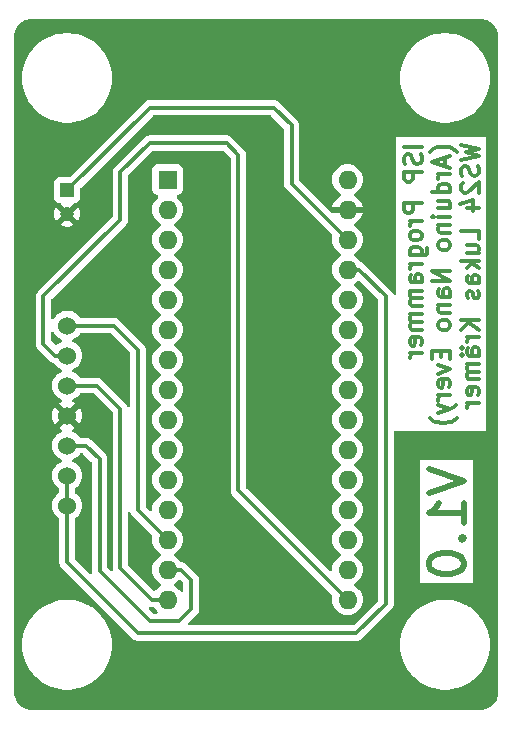
<source format=gbr>
%TF.GenerationSoftware,KiCad,Pcbnew,8.0.2*%
%TF.CreationDate,2024-11-10T18:03:59+01:00*%
%TF.ProjectId,ISP programmer Arduino Nano every,49535020-7072-46f6-9772-616d6d657220,rev?*%
%TF.SameCoordinates,Original*%
%TF.FileFunction,Copper,L2,Bot*%
%TF.FilePolarity,Positive*%
%FSLAX46Y46*%
G04 Gerber Fmt 4.6, Leading zero omitted, Abs format (unit mm)*
G04 Created by KiCad (PCBNEW 8.0.2) date 2024-11-10 18:03:59*
%MOMM*%
%LPD*%
G01*
G04 APERTURE LIST*
%ADD10C,0.500000*%
%TA.AperFunction,NonConductor*%
%ADD11C,0.500000*%
%TD*%
%ADD12C,0.300000*%
%TA.AperFunction,NonConductor*%
%ADD13C,0.300000*%
%TD*%
%TA.AperFunction,ComponentPad*%
%ADD14R,1.200000X1.200000*%
%TD*%
%TA.AperFunction,ComponentPad*%
%ADD15C,1.200000*%
%TD*%
%TA.AperFunction,ComponentPad*%
%ADD16C,1.524000*%
%TD*%
%TA.AperFunction,ComponentPad*%
%ADD17R,1.600000X1.600000*%
%TD*%
%TA.AperFunction,ComponentPad*%
%ADD18O,1.600000X1.600000*%
%TD*%
%TA.AperFunction,Conductor*%
%ADD19C,0.300000*%
%TD*%
G04 APERTURE END LIST*
D10*
D11*
X146606857Y-86114661D02*
X149606857Y-87114661D01*
X149606857Y-87114661D02*
X146606857Y-88114661D01*
X149606857Y-90686090D02*
X149606857Y-88971804D01*
X149606857Y-89828947D02*
X146606857Y-89828947D01*
X146606857Y-89828947D02*
X147035428Y-89543233D01*
X147035428Y-89543233D02*
X147321142Y-89257518D01*
X147321142Y-89257518D02*
X147464000Y-88971804D01*
X149321142Y-91971804D02*
X149464000Y-92114661D01*
X149464000Y-92114661D02*
X149606857Y-91971804D01*
X149606857Y-91971804D02*
X149464000Y-91828947D01*
X149464000Y-91828947D02*
X149321142Y-91971804D01*
X149321142Y-91971804D02*
X149606857Y-91971804D01*
X146606857Y-93971804D02*
X146606857Y-94257518D01*
X146606857Y-94257518D02*
X146749714Y-94543232D01*
X146749714Y-94543232D02*
X146892571Y-94686090D01*
X146892571Y-94686090D02*
X147178285Y-94828947D01*
X147178285Y-94828947D02*
X147749714Y-94971804D01*
X147749714Y-94971804D02*
X148464000Y-94971804D01*
X148464000Y-94971804D02*
X149035428Y-94828947D01*
X149035428Y-94828947D02*
X149321142Y-94686090D01*
X149321142Y-94686090D02*
X149464000Y-94543232D01*
X149464000Y-94543232D02*
X149606857Y-94257518D01*
X149606857Y-94257518D02*
X149606857Y-93971804D01*
X149606857Y-93971804D02*
X149464000Y-93686090D01*
X149464000Y-93686090D02*
X149321142Y-93543232D01*
X149321142Y-93543232D02*
X149035428Y-93400375D01*
X149035428Y-93400375D02*
X148464000Y-93257518D01*
X148464000Y-93257518D02*
X147749714Y-93257518D01*
X147749714Y-93257518D02*
X147178285Y-93400375D01*
X147178285Y-93400375D02*
X146892571Y-93543232D01*
X146892571Y-93543232D02*
X146749714Y-93686090D01*
X146749714Y-93686090D02*
X146606857Y-93971804D01*
D12*
D13*
X146009310Y-58809107D02*
X144509310Y-58809107D01*
X145937882Y-59451965D02*
X146009310Y-59666251D01*
X146009310Y-59666251D02*
X146009310Y-60023393D01*
X146009310Y-60023393D02*
X145937882Y-60166251D01*
X145937882Y-60166251D02*
X145866453Y-60237679D01*
X145866453Y-60237679D02*
X145723596Y-60309108D01*
X145723596Y-60309108D02*
X145580739Y-60309108D01*
X145580739Y-60309108D02*
X145437882Y-60237679D01*
X145437882Y-60237679D02*
X145366453Y-60166251D01*
X145366453Y-60166251D02*
X145295024Y-60023393D01*
X145295024Y-60023393D02*
X145223596Y-59737679D01*
X145223596Y-59737679D02*
X145152167Y-59594822D01*
X145152167Y-59594822D02*
X145080739Y-59523393D01*
X145080739Y-59523393D02*
X144937882Y-59451965D01*
X144937882Y-59451965D02*
X144795024Y-59451965D01*
X144795024Y-59451965D02*
X144652167Y-59523393D01*
X144652167Y-59523393D02*
X144580739Y-59594822D01*
X144580739Y-59594822D02*
X144509310Y-59737679D01*
X144509310Y-59737679D02*
X144509310Y-60094822D01*
X144509310Y-60094822D02*
X144580739Y-60309108D01*
X146009310Y-60951964D02*
X144509310Y-60951964D01*
X144509310Y-60951964D02*
X144509310Y-61523393D01*
X144509310Y-61523393D02*
X144580739Y-61666250D01*
X144580739Y-61666250D02*
X144652167Y-61737679D01*
X144652167Y-61737679D02*
X144795024Y-61809107D01*
X144795024Y-61809107D02*
X145009310Y-61809107D01*
X145009310Y-61809107D02*
X145152167Y-61737679D01*
X145152167Y-61737679D02*
X145223596Y-61666250D01*
X145223596Y-61666250D02*
X145295024Y-61523393D01*
X145295024Y-61523393D02*
X145295024Y-60951964D01*
X146009310Y-63594821D02*
X144509310Y-63594821D01*
X144509310Y-63594821D02*
X144509310Y-64166250D01*
X144509310Y-64166250D02*
X144580739Y-64309107D01*
X144580739Y-64309107D02*
X144652167Y-64380536D01*
X144652167Y-64380536D02*
X144795024Y-64451964D01*
X144795024Y-64451964D02*
X145009310Y-64451964D01*
X145009310Y-64451964D02*
X145152167Y-64380536D01*
X145152167Y-64380536D02*
X145223596Y-64309107D01*
X145223596Y-64309107D02*
X145295024Y-64166250D01*
X145295024Y-64166250D02*
X145295024Y-63594821D01*
X146009310Y-65094821D02*
X145009310Y-65094821D01*
X145295024Y-65094821D02*
X145152167Y-65166250D01*
X145152167Y-65166250D02*
X145080739Y-65237679D01*
X145080739Y-65237679D02*
X145009310Y-65380536D01*
X145009310Y-65380536D02*
X145009310Y-65523393D01*
X146009310Y-66237678D02*
X145937882Y-66094821D01*
X145937882Y-66094821D02*
X145866453Y-66023392D01*
X145866453Y-66023392D02*
X145723596Y-65951964D01*
X145723596Y-65951964D02*
X145295024Y-65951964D01*
X145295024Y-65951964D02*
X145152167Y-66023392D01*
X145152167Y-66023392D02*
X145080739Y-66094821D01*
X145080739Y-66094821D02*
X145009310Y-66237678D01*
X145009310Y-66237678D02*
X145009310Y-66451964D01*
X145009310Y-66451964D02*
X145080739Y-66594821D01*
X145080739Y-66594821D02*
X145152167Y-66666250D01*
X145152167Y-66666250D02*
X145295024Y-66737678D01*
X145295024Y-66737678D02*
X145723596Y-66737678D01*
X145723596Y-66737678D02*
X145866453Y-66666250D01*
X145866453Y-66666250D02*
X145937882Y-66594821D01*
X145937882Y-66594821D02*
X146009310Y-66451964D01*
X146009310Y-66451964D02*
X146009310Y-66237678D01*
X145009310Y-68023393D02*
X146223596Y-68023393D01*
X146223596Y-68023393D02*
X146366453Y-67951964D01*
X146366453Y-67951964D02*
X146437882Y-67880535D01*
X146437882Y-67880535D02*
X146509310Y-67737678D01*
X146509310Y-67737678D02*
X146509310Y-67523393D01*
X146509310Y-67523393D02*
X146437882Y-67380535D01*
X145937882Y-68023393D02*
X146009310Y-67880535D01*
X146009310Y-67880535D02*
X146009310Y-67594821D01*
X146009310Y-67594821D02*
X145937882Y-67451964D01*
X145937882Y-67451964D02*
X145866453Y-67380535D01*
X145866453Y-67380535D02*
X145723596Y-67309107D01*
X145723596Y-67309107D02*
X145295024Y-67309107D01*
X145295024Y-67309107D02*
X145152167Y-67380535D01*
X145152167Y-67380535D02*
X145080739Y-67451964D01*
X145080739Y-67451964D02*
X145009310Y-67594821D01*
X145009310Y-67594821D02*
X145009310Y-67880535D01*
X145009310Y-67880535D02*
X145080739Y-68023393D01*
X146009310Y-68737678D02*
X145009310Y-68737678D01*
X145295024Y-68737678D02*
X145152167Y-68809107D01*
X145152167Y-68809107D02*
X145080739Y-68880536D01*
X145080739Y-68880536D02*
X145009310Y-69023393D01*
X145009310Y-69023393D02*
X145009310Y-69166250D01*
X146009310Y-70309107D02*
X145223596Y-70309107D01*
X145223596Y-70309107D02*
X145080739Y-70237678D01*
X145080739Y-70237678D02*
X145009310Y-70094821D01*
X145009310Y-70094821D02*
X145009310Y-69809107D01*
X145009310Y-69809107D02*
X145080739Y-69666249D01*
X145937882Y-70309107D02*
X146009310Y-70166249D01*
X146009310Y-70166249D02*
X146009310Y-69809107D01*
X146009310Y-69809107D02*
X145937882Y-69666249D01*
X145937882Y-69666249D02*
X145795024Y-69594821D01*
X145795024Y-69594821D02*
X145652167Y-69594821D01*
X145652167Y-69594821D02*
X145509310Y-69666249D01*
X145509310Y-69666249D02*
X145437882Y-69809107D01*
X145437882Y-69809107D02*
X145437882Y-70166249D01*
X145437882Y-70166249D02*
X145366453Y-70309107D01*
X146009310Y-71023392D02*
X145009310Y-71023392D01*
X145152167Y-71023392D02*
X145080739Y-71094821D01*
X145080739Y-71094821D02*
X145009310Y-71237678D01*
X145009310Y-71237678D02*
X145009310Y-71451964D01*
X145009310Y-71451964D02*
X145080739Y-71594821D01*
X145080739Y-71594821D02*
X145223596Y-71666250D01*
X145223596Y-71666250D02*
X146009310Y-71666250D01*
X145223596Y-71666250D02*
X145080739Y-71737678D01*
X145080739Y-71737678D02*
X145009310Y-71880535D01*
X145009310Y-71880535D02*
X145009310Y-72094821D01*
X145009310Y-72094821D02*
X145080739Y-72237678D01*
X145080739Y-72237678D02*
X145223596Y-72309107D01*
X145223596Y-72309107D02*
X146009310Y-72309107D01*
X146009310Y-73023392D02*
X145009310Y-73023392D01*
X145152167Y-73023392D02*
X145080739Y-73094821D01*
X145080739Y-73094821D02*
X145009310Y-73237678D01*
X145009310Y-73237678D02*
X145009310Y-73451964D01*
X145009310Y-73451964D02*
X145080739Y-73594821D01*
X145080739Y-73594821D02*
X145223596Y-73666250D01*
X145223596Y-73666250D02*
X146009310Y-73666250D01*
X145223596Y-73666250D02*
X145080739Y-73737678D01*
X145080739Y-73737678D02*
X145009310Y-73880535D01*
X145009310Y-73880535D02*
X145009310Y-74094821D01*
X145009310Y-74094821D02*
X145080739Y-74237678D01*
X145080739Y-74237678D02*
X145223596Y-74309107D01*
X145223596Y-74309107D02*
X146009310Y-74309107D01*
X145937882Y-75594821D02*
X146009310Y-75451964D01*
X146009310Y-75451964D02*
X146009310Y-75166250D01*
X146009310Y-75166250D02*
X145937882Y-75023392D01*
X145937882Y-75023392D02*
X145795024Y-74951964D01*
X145795024Y-74951964D02*
X145223596Y-74951964D01*
X145223596Y-74951964D02*
X145080739Y-75023392D01*
X145080739Y-75023392D02*
X145009310Y-75166250D01*
X145009310Y-75166250D02*
X145009310Y-75451964D01*
X145009310Y-75451964D02*
X145080739Y-75594821D01*
X145080739Y-75594821D02*
X145223596Y-75666250D01*
X145223596Y-75666250D02*
X145366453Y-75666250D01*
X145366453Y-75666250D02*
X145509310Y-74951964D01*
X146009310Y-76309106D02*
X145009310Y-76309106D01*
X145295024Y-76309106D02*
X145152167Y-76380535D01*
X145152167Y-76380535D02*
X145080739Y-76451964D01*
X145080739Y-76451964D02*
X145009310Y-76594821D01*
X145009310Y-76594821D02*
X145009310Y-76737678D01*
X148995655Y-59237679D02*
X148924226Y-59166250D01*
X148924226Y-59166250D02*
X148709940Y-59023393D01*
X148709940Y-59023393D02*
X148567083Y-58951965D01*
X148567083Y-58951965D02*
X148352798Y-58880536D01*
X148352798Y-58880536D02*
X147995655Y-58809107D01*
X147995655Y-58809107D02*
X147709940Y-58809107D01*
X147709940Y-58809107D02*
X147352798Y-58880536D01*
X147352798Y-58880536D02*
X147138512Y-58951965D01*
X147138512Y-58951965D02*
X146995655Y-59023393D01*
X146995655Y-59023393D02*
X146781369Y-59166250D01*
X146781369Y-59166250D02*
X146709940Y-59237679D01*
X147995655Y-59737679D02*
X147995655Y-60451965D01*
X148424226Y-59594822D02*
X146924226Y-60094822D01*
X146924226Y-60094822D02*
X148424226Y-60594822D01*
X148424226Y-61094821D02*
X147424226Y-61094821D01*
X147709940Y-61094821D02*
X147567083Y-61166250D01*
X147567083Y-61166250D02*
X147495655Y-61237679D01*
X147495655Y-61237679D02*
X147424226Y-61380536D01*
X147424226Y-61380536D02*
X147424226Y-61523393D01*
X148424226Y-62666250D02*
X146924226Y-62666250D01*
X148352798Y-62666250D02*
X148424226Y-62523392D01*
X148424226Y-62523392D02*
X148424226Y-62237678D01*
X148424226Y-62237678D02*
X148352798Y-62094821D01*
X148352798Y-62094821D02*
X148281369Y-62023392D01*
X148281369Y-62023392D02*
X148138512Y-61951964D01*
X148138512Y-61951964D02*
X147709940Y-61951964D01*
X147709940Y-61951964D02*
X147567083Y-62023392D01*
X147567083Y-62023392D02*
X147495655Y-62094821D01*
X147495655Y-62094821D02*
X147424226Y-62237678D01*
X147424226Y-62237678D02*
X147424226Y-62523392D01*
X147424226Y-62523392D02*
X147495655Y-62666250D01*
X147424226Y-64023393D02*
X148424226Y-64023393D01*
X147424226Y-63380535D02*
X148209940Y-63380535D01*
X148209940Y-63380535D02*
X148352798Y-63451964D01*
X148352798Y-63451964D02*
X148424226Y-63594821D01*
X148424226Y-63594821D02*
X148424226Y-63809107D01*
X148424226Y-63809107D02*
X148352798Y-63951964D01*
X148352798Y-63951964D02*
X148281369Y-64023393D01*
X148424226Y-64737678D02*
X147424226Y-64737678D01*
X146924226Y-64737678D02*
X146995655Y-64666250D01*
X146995655Y-64666250D02*
X147067083Y-64737678D01*
X147067083Y-64737678D02*
X146995655Y-64809107D01*
X146995655Y-64809107D02*
X146924226Y-64737678D01*
X146924226Y-64737678D02*
X147067083Y-64737678D01*
X147424226Y-65451964D02*
X148424226Y-65451964D01*
X147567083Y-65451964D02*
X147495655Y-65523393D01*
X147495655Y-65523393D02*
X147424226Y-65666250D01*
X147424226Y-65666250D02*
X147424226Y-65880536D01*
X147424226Y-65880536D02*
X147495655Y-66023393D01*
X147495655Y-66023393D02*
X147638512Y-66094822D01*
X147638512Y-66094822D02*
X148424226Y-66094822D01*
X148424226Y-67023393D02*
X148352798Y-66880536D01*
X148352798Y-66880536D02*
X148281369Y-66809107D01*
X148281369Y-66809107D02*
X148138512Y-66737679D01*
X148138512Y-66737679D02*
X147709940Y-66737679D01*
X147709940Y-66737679D02*
X147567083Y-66809107D01*
X147567083Y-66809107D02*
X147495655Y-66880536D01*
X147495655Y-66880536D02*
X147424226Y-67023393D01*
X147424226Y-67023393D02*
X147424226Y-67237679D01*
X147424226Y-67237679D02*
X147495655Y-67380536D01*
X147495655Y-67380536D02*
X147567083Y-67451965D01*
X147567083Y-67451965D02*
X147709940Y-67523393D01*
X147709940Y-67523393D02*
X148138512Y-67523393D01*
X148138512Y-67523393D02*
X148281369Y-67451965D01*
X148281369Y-67451965D02*
X148352798Y-67380536D01*
X148352798Y-67380536D02*
X148424226Y-67237679D01*
X148424226Y-67237679D02*
X148424226Y-67023393D01*
X148424226Y-69309107D02*
X146924226Y-69309107D01*
X146924226Y-69309107D02*
X148424226Y-70166250D01*
X148424226Y-70166250D02*
X146924226Y-70166250D01*
X148424226Y-71523394D02*
X147638512Y-71523394D01*
X147638512Y-71523394D02*
X147495655Y-71451965D01*
X147495655Y-71451965D02*
X147424226Y-71309108D01*
X147424226Y-71309108D02*
X147424226Y-71023394D01*
X147424226Y-71023394D02*
X147495655Y-70880536D01*
X148352798Y-71523394D02*
X148424226Y-71380536D01*
X148424226Y-71380536D02*
X148424226Y-71023394D01*
X148424226Y-71023394D02*
X148352798Y-70880536D01*
X148352798Y-70880536D02*
X148209940Y-70809108D01*
X148209940Y-70809108D02*
X148067083Y-70809108D01*
X148067083Y-70809108D02*
X147924226Y-70880536D01*
X147924226Y-70880536D02*
X147852798Y-71023394D01*
X147852798Y-71023394D02*
X147852798Y-71380536D01*
X147852798Y-71380536D02*
X147781369Y-71523394D01*
X147424226Y-72237679D02*
X148424226Y-72237679D01*
X147567083Y-72237679D02*
X147495655Y-72309108D01*
X147495655Y-72309108D02*
X147424226Y-72451965D01*
X147424226Y-72451965D02*
X147424226Y-72666251D01*
X147424226Y-72666251D02*
X147495655Y-72809108D01*
X147495655Y-72809108D02*
X147638512Y-72880537D01*
X147638512Y-72880537D02*
X148424226Y-72880537D01*
X148424226Y-73809108D02*
X148352798Y-73666251D01*
X148352798Y-73666251D02*
X148281369Y-73594822D01*
X148281369Y-73594822D02*
X148138512Y-73523394D01*
X148138512Y-73523394D02*
X147709940Y-73523394D01*
X147709940Y-73523394D02*
X147567083Y-73594822D01*
X147567083Y-73594822D02*
X147495655Y-73666251D01*
X147495655Y-73666251D02*
X147424226Y-73809108D01*
X147424226Y-73809108D02*
X147424226Y-74023394D01*
X147424226Y-74023394D02*
X147495655Y-74166251D01*
X147495655Y-74166251D02*
X147567083Y-74237680D01*
X147567083Y-74237680D02*
X147709940Y-74309108D01*
X147709940Y-74309108D02*
X148138512Y-74309108D01*
X148138512Y-74309108D02*
X148281369Y-74237680D01*
X148281369Y-74237680D02*
X148352798Y-74166251D01*
X148352798Y-74166251D02*
X148424226Y-74023394D01*
X148424226Y-74023394D02*
X148424226Y-73809108D01*
X147638512Y-76094822D02*
X147638512Y-76594822D01*
X148424226Y-76809108D02*
X148424226Y-76094822D01*
X148424226Y-76094822D02*
X146924226Y-76094822D01*
X146924226Y-76094822D02*
X146924226Y-76809108D01*
X147424226Y-77309108D02*
X148424226Y-77666251D01*
X148424226Y-77666251D02*
X147424226Y-78023394D01*
X148352798Y-79166251D02*
X148424226Y-79023394D01*
X148424226Y-79023394D02*
X148424226Y-78737680D01*
X148424226Y-78737680D02*
X148352798Y-78594822D01*
X148352798Y-78594822D02*
X148209940Y-78523394D01*
X148209940Y-78523394D02*
X147638512Y-78523394D01*
X147638512Y-78523394D02*
X147495655Y-78594822D01*
X147495655Y-78594822D02*
X147424226Y-78737680D01*
X147424226Y-78737680D02*
X147424226Y-79023394D01*
X147424226Y-79023394D02*
X147495655Y-79166251D01*
X147495655Y-79166251D02*
X147638512Y-79237680D01*
X147638512Y-79237680D02*
X147781369Y-79237680D01*
X147781369Y-79237680D02*
X147924226Y-78523394D01*
X148424226Y-79880536D02*
X147424226Y-79880536D01*
X147709940Y-79880536D02*
X147567083Y-79951965D01*
X147567083Y-79951965D02*
X147495655Y-80023394D01*
X147495655Y-80023394D02*
X147424226Y-80166251D01*
X147424226Y-80166251D02*
X147424226Y-80309108D01*
X147424226Y-80666250D02*
X148424226Y-81023393D01*
X147424226Y-81380536D02*
X148424226Y-81023393D01*
X148424226Y-81023393D02*
X148781369Y-80880536D01*
X148781369Y-80880536D02*
X148852798Y-80809107D01*
X148852798Y-80809107D02*
X148924226Y-80666250D01*
X148995655Y-81809107D02*
X148924226Y-81880536D01*
X148924226Y-81880536D02*
X148709940Y-82023393D01*
X148709940Y-82023393D02*
X148567083Y-82094822D01*
X148567083Y-82094822D02*
X148352798Y-82166250D01*
X148352798Y-82166250D02*
X147995655Y-82237679D01*
X147995655Y-82237679D02*
X147709940Y-82237679D01*
X147709940Y-82237679D02*
X147352798Y-82166250D01*
X147352798Y-82166250D02*
X147138512Y-82094822D01*
X147138512Y-82094822D02*
X146995655Y-82023393D01*
X146995655Y-82023393D02*
X146781369Y-81880536D01*
X146781369Y-81880536D02*
X146709940Y-81809107D01*
X149339142Y-58666250D02*
X150839142Y-59023393D01*
X150839142Y-59023393D02*
X149767714Y-59309107D01*
X149767714Y-59309107D02*
X150839142Y-59594822D01*
X150839142Y-59594822D02*
X149339142Y-59951965D01*
X150767714Y-60451965D02*
X150839142Y-60666251D01*
X150839142Y-60666251D02*
X150839142Y-61023393D01*
X150839142Y-61023393D02*
X150767714Y-61166251D01*
X150767714Y-61166251D02*
X150696285Y-61237679D01*
X150696285Y-61237679D02*
X150553428Y-61309108D01*
X150553428Y-61309108D02*
X150410571Y-61309108D01*
X150410571Y-61309108D02*
X150267714Y-61237679D01*
X150267714Y-61237679D02*
X150196285Y-61166251D01*
X150196285Y-61166251D02*
X150124856Y-61023393D01*
X150124856Y-61023393D02*
X150053428Y-60737679D01*
X150053428Y-60737679D02*
X149981999Y-60594822D01*
X149981999Y-60594822D02*
X149910571Y-60523393D01*
X149910571Y-60523393D02*
X149767714Y-60451965D01*
X149767714Y-60451965D02*
X149624856Y-60451965D01*
X149624856Y-60451965D02*
X149481999Y-60523393D01*
X149481999Y-60523393D02*
X149410571Y-60594822D01*
X149410571Y-60594822D02*
X149339142Y-60737679D01*
X149339142Y-60737679D02*
X149339142Y-61094822D01*
X149339142Y-61094822D02*
X149410571Y-61309108D01*
X149481999Y-61880536D02*
X149410571Y-61951964D01*
X149410571Y-61951964D02*
X149339142Y-62094822D01*
X149339142Y-62094822D02*
X149339142Y-62451964D01*
X149339142Y-62451964D02*
X149410571Y-62594822D01*
X149410571Y-62594822D02*
X149481999Y-62666250D01*
X149481999Y-62666250D02*
X149624856Y-62737679D01*
X149624856Y-62737679D02*
X149767714Y-62737679D01*
X149767714Y-62737679D02*
X149981999Y-62666250D01*
X149981999Y-62666250D02*
X150839142Y-61809107D01*
X150839142Y-61809107D02*
X150839142Y-62737679D01*
X149839142Y-64023393D02*
X150839142Y-64023393D01*
X149267714Y-63666250D02*
X150339142Y-63309107D01*
X150339142Y-63309107D02*
X150339142Y-64237678D01*
X150839142Y-66666249D02*
X150839142Y-65951963D01*
X150839142Y-65951963D02*
X149339142Y-65951963D01*
X149839142Y-67809107D02*
X150839142Y-67809107D01*
X149839142Y-67166249D02*
X150624856Y-67166249D01*
X150624856Y-67166249D02*
X150767714Y-67237678D01*
X150767714Y-67237678D02*
X150839142Y-67380535D01*
X150839142Y-67380535D02*
X150839142Y-67594821D01*
X150839142Y-67594821D02*
X150767714Y-67737678D01*
X150767714Y-67737678D02*
X150696285Y-67809107D01*
X150839142Y-68523392D02*
X149339142Y-68523392D01*
X150267714Y-68666250D02*
X150839142Y-69094821D01*
X149839142Y-69094821D02*
X150410571Y-68523392D01*
X150839142Y-70380536D02*
X150053428Y-70380536D01*
X150053428Y-70380536D02*
X149910571Y-70309107D01*
X149910571Y-70309107D02*
X149839142Y-70166250D01*
X149839142Y-70166250D02*
X149839142Y-69880536D01*
X149839142Y-69880536D02*
X149910571Y-69737678D01*
X150767714Y-70380536D02*
X150839142Y-70237678D01*
X150839142Y-70237678D02*
X150839142Y-69880536D01*
X150839142Y-69880536D02*
X150767714Y-69737678D01*
X150767714Y-69737678D02*
X150624856Y-69666250D01*
X150624856Y-69666250D02*
X150481999Y-69666250D01*
X150481999Y-69666250D02*
X150339142Y-69737678D01*
X150339142Y-69737678D02*
X150267714Y-69880536D01*
X150267714Y-69880536D02*
X150267714Y-70237678D01*
X150267714Y-70237678D02*
X150196285Y-70380536D01*
X150767714Y-71023393D02*
X150839142Y-71166250D01*
X150839142Y-71166250D02*
X150839142Y-71451964D01*
X150839142Y-71451964D02*
X150767714Y-71594821D01*
X150767714Y-71594821D02*
X150624856Y-71666250D01*
X150624856Y-71666250D02*
X150553428Y-71666250D01*
X150553428Y-71666250D02*
X150410571Y-71594821D01*
X150410571Y-71594821D02*
X150339142Y-71451964D01*
X150339142Y-71451964D02*
X150339142Y-71237679D01*
X150339142Y-71237679D02*
X150267714Y-71094821D01*
X150267714Y-71094821D02*
X150124856Y-71023393D01*
X150124856Y-71023393D02*
X150053428Y-71023393D01*
X150053428Y-71023393D02*
X149910571Y-71094821D01*
X149910571Y-71094821D02*
X149839142Y-71237679D01*
X149839142Y-71237679D02*
X149839142Y-71451964D01*
X149839142Y-71451964D02*
X149910571Y-71594821D01*
X150839142Y-73451964D02*
X149339142Y-73451964D01*
X150839142Y-74309107D02*
X149981999Y-73666250D01*
X149339142Y-74309107D02*
X150196285Y-73451964D01*
X150839142Y-74951964D02*
X149839142Y-74951964D01*
X150124856Y-74951964D02*
X149981999Y-75023393D01*
X149981999Y-75023393D02*
X149910571Y-75094822D01*
X149910571Y-75094822D02*
X149839142Y-75237679D01*
X149839142Y-75237679D02*
X149839142Y-75380536D01*
X150839142Y-76523393D02*
X150053428Y-76523393D01*
X150053428Y-76523393D02*
X149910571Y-76451964D01*
X149910571Y-76451964D02*
X149839142Y-76309107D01*
X149839142Y-76309107D02*
X149839142Y-76023393D01*
X149839142Y-76023393D02*
X149910571Y-75880535D01*
X150767714Y-76523393D02*
X150839142Y-76380535D01*
X150839142Y-76380535D02*
X150839142Y-76023393D01*
X150839142Y-76023393D02*
X150767714Y-75880535D01*
X150767714Y-75880535D02*
X150624856Y-75809107D01*
X150624856Y-75809107D02*
X150481999Y-75809107D01*
X150481999Y-75809107D02*
X150339142Y-75880535D01*
X150339142Y-75880535D02*
X150267714Y-76023393D01*
X150267714Y-76023393D02*
X150267714Y-76380535D01*
X150267714Y-76380535D02*
X150196285Y-76523393D01*
X149339142Y-75880535D02*
X149410571Y-75951964D01*
X149410571Y-75951964D02*
X149481999Y-75880535D01*
X149481999Y-75880535D02*
X149410571Y-75809107D01*
X149410571Y-75809107D02*
X149339142Y-75880535D01*
X149339142Y-75880535D02*
X149481999Y-75880535D01*
X149339142Y-76451964D02*
X149410571Y-76523393D01*
X149410571Y-76523393D02*
X149481999Y-76451964D01*
X149481999Y-76451964D02*
X149410571Y-76380535D01*
X149410571Y-76380535D02*
X149339142Y-76451964D01*
X149339142Y-76451964D02*
X149481999Y-76451964D01*
X150839142Y-77237678D02*
X149839142Y-77237678D01*
X149981999Y-77237678D02*
X149910571Y-77309107D01*
X149910571Y-77309107D02*
X149839142Y-77451964D01*
X149839142Y-77451964D02*
X149839142Y-77666250D01*
X149839142Y-77666250D02*
X149910571Y-77809107D01*
X149910571Y-77809107D02*
X150053428Y-77880536D01*
X150053428Y-77880536D02*
X150839142Y-77880536D01*
X150053428Y-77880536D02*
X149910571Y-77951964D01*
X149910571Y-77951964D02*
X149839142Y-78094821D01*
X149839142Y-78094821D02*
X149839142Y-78309107D01*
X149839142Y-78309107D02*
X149910571Y-78451964D01*
X149910571Y-78451964D02*
X150053428Y-78523393D01*
X150053428Y-78523393D02*
X150839142Y-78523393D01*
X150767714Y-79809107D02*
X150839142Y-79666250D01*
X150839142Y-79666250D02*
X150839142Y-79380536D01*
X150839142Y-79380536D02*
X150767714Y-79237678D01*
X150767714Y-79237678D02*
X150624856Y-79166250D01*
X150624856Y-79166250D02*
X150053428Y-79166250D01*
X150053428Y-79166250D02*
X149910571Y-79237678D01*
X149910571Y-79237678D02*
X149839142Y-79380536D01*
X149839142Y-79380536D02*
X149839142Y-79666250D01*
X149839142Y-79666250D02*
X149910571Y-79809107D01*
X149910571Y-79809107D02*
X150053428Y-79880536D01*
X150053428Y-79880536D02*
X150196285Y-79880536D01*
X150196285Y-79880536D02*
X150339142Y-79166250D01*
X150839142Y-80523392D02*
X149839142Y-80523392D01*
X150124856Y-80523392D02*
X149981999Y-80594821D01*
X149981999Y-80594821D02*
X149910571Y-80666250D01*
X149910571Y-80666250D02*
X149839142Y-80809107D01*
X149839142Y-80809107D02*
X149839142Y-80951964D01*
D14*
%TO.P,C1,1*%
%TO.N,Net-(A1-~{RESET}-Pad28)*%
X116000000Y-62500000D03*
D15*
%TO.P,C1,2*%
%TO.N,GND*%
X116000000Y-64500000D03*
%TD*%
D16*
%TO.P,U1,1,ARD10*%
%TO.N,Net-(A1-D10)*%
X116000000Y-73960000D03*
%TO.P,U1,2,ARD13*%
%TO.N,Net-(A1-SCK)*%
X116000000Y-76500000D03*
%TO.P,U1,3,ARD12*%
%TO.N,Net-(A1-MISO)*%
X116000000Y-79040000D03*
%TO.P,U1,4,GND*%
%TO.N,GND*%
X116000000Y-81580000D03*
%TO.P,U1,5,ARD11*%
%TO.N,Net-(A1-MOSI)*%
X116000000Y-84120000D03*
%TO.P,U1,6,5V*%
%TO.N,5V*%
X116000000Y-86660000D03*
%TO.P,U1,7,5V*%
X116000000Y-89200000D03*
%TD*%
D17*
%TO.P,A1,1,TX1*%
%TO.N,unconnected-(A1-TX1-Pad1)*%
X124500000Y-61600000D03*
D18*
%TO.P,A1,2,RX1*%
%TO.N,unconnected-(A1-RX1-Pad2)*%
X124500000Y-64140000D03*
%TO.P,A1,3,~{RESET}*%
%TO.N,unconnected-(A1-~{RESET}-Pad3)*%
X124500000Y-66680000D03*
%TO.P,A1,4,GND*%
%TO.N,Net-(A1-GND-Pad29)*%
X124500000Y-69220000D03*
%TO.P,A1,5,D2*%
%TO.N,unconnected-(A1-D2-Pad5)*%
X124500000Y-71760000D03*
%TO.P,A1,6,D3*%
%TO.N,unconnected-(A1-D3-Pad6)*%
X124500000Y-74300000D03*
%TO.P,A1,7,D4*%
%TO.N,unconnected-(A1-D4-Pad7)*%
X124500000Y-76840000D03*
%TO.P,A1,8,D5*%
%TO.N,unconnected-(A1-D5-Pad8)*%
X124500000Y-79380000D03*
%TO.P,A1,9,D6*%
%TO.N,unconnected-(A1-D6-Pad9)*%
X124500000Y-81920000D03*
%TO.P,A1,10,D7*%
%TO.N,unconnected-(A1-D7-Pad10)*%
X124500000Y-84460000D03*
%TO.P,A1,11,D8*%
%TO.N,unconnected-(A1-D8-Pad11)*%
X124500000Y-87000000D03*
%TO.P,A1,12,D9*%
%TO.N,unconnected-(A1-D9-Pad12)*%
X124500000Y-89540000D03*
%TO.P,A1,13,D10*%
%TO.N,Net-(A1-D10)*%
X124500000Y-92080000D03*
%TO.P,A1,14,MOSI*%
%TO.N,Net-(A1-MOSI)*%
X124500000Y-94620000D03*
%TO.P,A1,15,MISO*%
%TO.N,Net-(A1-MISO)*%
X124500000Y-97160000D03*
%TO.P,A1,16,SCK*%
%TO.N,Net-(A1-SCK)*%
X139740000Y-97160000D03*
%TO.P,A1,17,3V3*%
%TO.N,unconnected-(A1-3V3-Pad17)*%
X139740000Y-94620000D03*
%TO.P,A1,18,AREF*%
%TO.N,unconnected-(A1-AREF-Pad18)*%
X139740000Y-92080000D03*
%TO.P,A1,19,A0*%
%TO.N,unconnected-(A1-A0-Pad19)*%
X139740000Y-89540000D03*
%TO.P,A1,20,A1*%
%TO.N,unconnected-(A1-A1-Pad20)*%
X139740000Y-87000000D03*
%TO.P,A1,21,A2*%
%TO.N,unconnected-(A1-A2-Pad21)*%
X139740000Y-84460000D03*
%TO.P,A1,22,A3*%
%TO.N,unconnected-(A1-A3-Pad22)*%
X139740000Y-81920000D03*
%TO.P,A1,23,SDA/A4*%
%TO.N,unconnected-(A1-SDA{slash}A4-Pad23)*%
X139740000Y-79380000D03*
%TO.P,A1,24,SCL/A5*%
%TO.N,unconnected-(A1-SCL{slash}A5-Pad24)*%
X139740000Y-76840000D03*
%TO.P,A1,25,A6*%
%TO.N,unconnected-(A1-A6-Pad25)*%
X139740000Y-74300000D03*
%TO.P,A1,26,A7*%
%TO.N,unconnected-(A1-A7-Pad26)*%
X139740000Y-71760000D03*
%TO.P,A1,27,+5V*%
%TO.N,5V*%
X139740000Y-69220000D03*
%TO.P,A1,28,~{RESET}*%
%TO.N,Net-(A1-~{RESET}-Pad28)*%
X139740000Y-66680000D03*
%TO.P,A1,29,GND*%
%TO.N,GND*%
X139740000Y-64140000D03*
%TO.P,A1,30,VIN*%
%TO.N,unconnected-(A1-VIN-Pad30)*%
X139740000Y-61600000D03*
%TD*%
D19*
%TO.N,5V*%
X140500000Y-100000000D02*
X143000000Y-97500000D01*
X140720000Y-69220000D02*
X139740000Y-69220000D01*
X116000000Y-89200000D02*
X116000000Y-86660000D01*
X116000000Y-94010206D02*
X121989794Y-100000000D01*
X143000000Y-71500000D02*
X140720000Y-69220000D01*
X116000000Y-89200000D02*
X116000000Y-94010206D01*
X143000000Y-97500000D02*
X143000000Y-71500000D01*
X121989794Y-100000000D02*
X140500000Y-100000000D01*
%TO.N,Net-(A1-SCK)*%
X115000000Y-76500000D02*
X116000000Y-76500000D01*
X123000000Y-58500000D02*
X120500000Y-61000000D01*
X129500000Y-58500000D02*
X123000000Y-58500000D01*
X130500000Y-59500000D02*
X129500000Y-58500000D01*
X114000000Y-75500000D02*
X115000000Y-76500000D01*
X130500000Y-87920000D02*
X130500000Y-59500000D01*
X120500000Y-65000000D02*
X114000000Y-71500000D01*
X139740000Y-97160000D02*
X130500000Y-87920000D01*
X114000000Y-71500000D02*
X114000000Y-75500000D01*
X120500000Y-61000000D02*
X120500000Y-65000000D01*
%TO.N,Net-(A1-MISO)*%
X118540000Y-79040000D02*
X120500000Y-81000000D01*
X120500000Y-94500000D02*
X123160000Y-97160000D01*
X120500000Y-81000000D02*
X120500000Y-94500000D01*
X116000000Y-79040000D02*
X118540000Y-79040000D01*
X123160000Y-97160000D02*
X124500000Y-97160000D01*
%TO.N,Net-(A1-~{RESET}-Pad28)*%
X133500000Y-55500000D02*
X123000000Y-55500000D01*
X139740000Y-66680000D02*
X135000000Y-61940000D01*
X135000000Y-57000000D02*
X133500000Y-55500000D01*
X123000000Y-55500000D02*
X116000000Y-62500000D01*
X135000000Y-61940000D02*
X135000000Y-57000000D01*
%TO.N,Net-(A1-MOSI)*%
X126500000Y-98000000D02*
X126500000Y-95500000D01*
X117620000Y-84120000D02*
X118750902Y-85250902D01*
X125620000Y-94620000D02*
X124500000Y-94620000D01*
X116000000Y-84120000D02*
X117620000Y-84120000D01*
X118750902Y-94750902D02*
X123000000Y-99000000D01*
X125500000Y-99000000D02*
X126500000Y-98000000D01*
X118750902Y-85250902D02*
X118750902Y-94750902D01*
X123000000Y-99000000D02*
X125500000Y-99000000D01*
X126500000Y-95500000D02*
X125620000Y-94620000D01*
%TO.N,Net-(A1-D10)*%
X116000000Y-73960000D02*
X119960000Y-73960000D01*
X122000000Y-76000000D02*
X122000000Y-89580000D01*
X122000000Y-89580000D02*
X124500000Y-92080000D01*
X119960000Y-73960000D02*
X122000000Y-76000000D01*
%TO.N,GND*%
X116000000Y-81580000D02*
X112500000Y-78080000D01*
X112500000Y-68000000D02*
X116000000Y-64500000D01*
X112500000Y-78080000D02*
X112500000Y-68000000D01*
%TD*%
%TA.AperFunction,Conductor*%
%TO.N,GND*%
G36*
X118286231Y-79710185D02*
G01*
X118306873Y-79726819D01*
X119813181Y-81233127D01*
X119846666Y-81294450D01*
X119849500Y-81320808D01*
X119849500Y-94564069D01*
X119849500Y-94564071D01*
X119849499Y-94564071D01*
X119860503Y-94619386D01*
X119854276Y-94688978D01*
X119811413Y-94744155D01*
X119745524Y-94767400D01*
X119677526Y-94751332D01*
X119651205Y-94731259D01*
X119437721Y-94517775D01*
X119404236Y-94456452D01*
X119401402Y-94430094D01*
X119401402Y-85186830D01*
X119376404Y-85061163D01*
X119376403Y-85061162D01*
X119376403Y-85061158D01*
X119327367Y-84942775D01*
X119327364Y-84942770D01*
X119321446Y-84933913D01*
X119321444Y-84933911D01*
X119303121Y-84906488D01*
X119256179Y-84836233D01*
X119256177Y-84836231D01*
X119256175Y-84836228D01*
X118034673Y-83614726D01*
X118034669Y-83614723D01*
X117928127Y-83543535D01*
X117809744Y-83494499D01*
X117809738Y-83494497D01*
X117684071Y-83469500D01*
X117684069Y-83469500D01*
X117150294Y-83469500D01*
X117083255Y-83449815D01*
X117048719Y-83416623D01*
X116970827Y-83305381D01*
X116898707Y-83233261D01*
X116814620Y-83149174D01*
X116814616Y-83149171D01*
X116814615Y-83149170D01*
X116633666Y-83022468D01*
X116633662Y-83022466D01*
X116504218Y-82962105D01*
X116451779Y-82915932D01*
X116432627Y-82848739D01*
X116452843Y-82781858D01*
X116504219Y-82737340D01*
X116633416Y-82677095D01*
X116633417Y-82677094D01*
X116698188Y-82631741D01*
X116027448Y-81961000D01*
X116050160Y-81961000D01*
X116147061Y-81935036D01*
X116233940Y-81884876D01*
X116304876Y-81813940D01*
X116355036Y-81727061D01*
X116381000Y-81630160D01*
X116381000Y-81607447D01*
X117051741Y-82278188D01*
X117097094Y-82213417D01*
X117097100Y-82213407D01*
X117190419Y-82013284D01*
X117190424Y-82013270D01*
X117247573Y-81799986D01*
X117247575Y-81799976D01*
X117266821Y-81580000D01*
X117266821Y-81579999D01*
X117247575Y-81360023D01*
X117247573Y-81360013D01*
X117190424Y-81146729D01*
X117190420Y-81146720D01*
X117097096Y-80946586D01*
X117051741Y-80881811D01*
X117051740Y-80881810D01*
X116381000Y-81552551D01*
X116381000Y-81529840D01*
X116355036Y-81432939D01*
X116304876Y-81346060D01*
X116233940Y-81275124D01*
X116147061Y-81224964D01*
X116050160Y-81199000D01*
X116027448Y-81199000D01*
X116698188Y-80528259D01*
X116698187Y-80528258D01*
X116633411Y-80482901D01*
X116633405Y-80482898D01*
X116504219Y-80422658D01*
X116451779Y-80376486D01*
X116432627Y-80309293D01*
X116452843Y-80242411D01*
X116504219Y-80197894D01*
X116633662Y-80137534D01*
X116814620Y-80010826D01*
X116970826Y-79854620D01*
X117048719Y-79743376D01*
X117103296Y-79699752D01*
X117150294Y-79690500D01*
X118219192Y-79690500D01*
X118286231Y-79710185D01*
G37*
%TD.AperFunction*%
%TA.AperFunction,Conductor*%
G36*
X151004418Y-48000816D02*
G01*
X151204561Y-48015130D01*
X151222063Y-48017647D01*
X151413797Y-48059355D01*
X151430755Y-48064334D01*
X151614609Y-48132909D01*
X151630701Y-48140259D01*
X151802904Y-48234288D01*
X151817784Y-48243849D01*
X151974867Y-48361441D01*
X151988237Y-48373027D01*
X152126972Y-48511762D01*
X152138558Y-48525132D01*
X152256146Y-48682210D01*
X152265711Y-48697095D01*
X152359740Y-48869298D01*
X152367090Y-48885390D01*
X152435662Y-49069236D01*
X152440646Y-49086212D01*
X152482351Y-49277931D01*
X152484869Y-49295442D01*
X152499184Y-49495580D01*
X152499500Y-49504427D01*
X152499500Y-104995572D01*
X152499184Y-105004419D01*
X152484869Y-105204557D01*
X152482351Y-105222068D01*
X152440646Y-105413787D01*
X152435662Y-105430763D01*
X152367090Y-105614609D01*
X152359740Y-105630701D01*
X152265711Y-105802904D01*
X152256146Y-105817789D01*
X152138558Y-105974867D01*
X152126972Y-105988237D01*
X151988237Y-106126972D01*
X151974867Y-106138558D01*
X151817789Y-106256146D01*
X151802904Y-106265711D01*
X151630701Y-106359740D01*
X151614609Y-106367090D01*
X151430763Y-106435662D01*
X151413787Y-106440646D01*
X151222068Y-106482351D01*
X151204557Y-106484869D01*
X151023779Y-106497799D01*
X151004417Y-106499184D01*
X150995572Y-106499500D01*
X113004428Y-106499500D01*
X112995582Y-106499184D01*
X112973622Y-106497613D01*
X112795442Y-106484869D01*
X112777931Y-106482351D01*
X112586212Y-106440646D01*
X112569236Y-106435662D01*
X112385390Y-106367090D01*
X112369298Y-106359740D01*
X112197095Y-106265711D01*
X112182210Y-106256146D01*
X112025132Y-106138558D01*
X112011762Y-106126972D01*
X111873027Y-105988237D01*
X111861441Y-105974867D01*
X111743849Y-105817784D01*
X111734288Y-105802904D01*
X111640259Y-105630701D01*
X111632909Y-105614609D01*
X111572091Y-105451551D01*
X111564334Y-105430755D01*
X111559355Y-105413797D01*
X111517647Y-105222063D01*
X111515130Y-105204556D01*
X111500816Y-105004418D01*
X111500500Y-104995572D01*
X111500500Y-101000000D01*
X112194616Y-101000000D01*
X112214139Y-101384983D01*
X112272511Y-101766013D01*
X112369136Y-102139199D01*
X112369136Y-102139200D01*
X112503009Y-102500666D01*
X112503015Y-102500679D01*
X112672774Y-102846759D01*
X112672775Y-102846760D01*
X112876680Y-103173895D01*
X112876682Y-103173898D01*
X112876683Y-103173899D01*
X112932140Y-103245544D01*
X113112634Y-103478722D01*
X113199919Y-103570546D01*
X113378216Y-103758115D01*
X113670699Y-104009203D01*
X113670702Y-104009205D01*
X113987089Y-104229417D01*
X114324131Y-104416491D01*
X114324135Y-104416493D01*
X114465826Y-104477297D01*
X114678370Y-104568507D01*
X114678380Y-104568510D01*
X114678385Y-104568512D01*
X115046160Y-104683902D01*
X115046163Y-104683902D01*
X115046171Y-104683905D01*
X115423759Y-104761502D01*
X115730559Y-104792700D01*
X115807259Y-104800500D01*
X115807260Y-104800500D01*
X116192741Y-104800500D01*
X116256656Y-104794000D01*
X116576241Y-104761502D01*
X116953829Y-104683905D01*
X117321630Y-104568507D01*
X117675869Y-104416491D01*
X118012911Y-104229417D01*
X118329298Y-104009205D01*
X118621784Y-103758115D01*
X118887366Y-103478722D01*
X119123320Y-103173895D01*
X119327225Y-102846760D01*
X119496987Y-102500675D01*
X119630866Y-102139192D01*
X119727488Y-101766018D01*
X119785860Y-101384984D01*
X119805384Y-101000000D01*
X144194616Y-101000000D01*
X144214139Y-101384983D01*
X144272511Y-101766013D01*
X144369136Y-102139199D01*
X144369136Y-102139200D01*
X144503009Y-102500666D01*
X144503015Y-102500679D01*
X144672774Y-102846759D01*
X144672775Y-102846760D01*
X144876680Y-103173895D01*
X144876682Y-103173898D01*
X144876683Y-103173899D01*
X144932140Y-103245544D01*
X145112634Y-103478722D01*
X145199919Y-103570546D01*
X145378216Y-103758115D01*
X145670699Y-104009203D01*
X145670702Y-104009205D01*
X145987089Y-104229417D01*
X146324131Y-104416491D01*
X146324135Y-104416493D01*
X146465826Y-104477297D01*
X146678370Y-104568507D01*
X146678380Y-104568510D01*
X146678385Y-104568512D01*
X147046160Y-104683902D01*
X147046163Y-104683902D01*
X147046171Y-104683905D01*
X147423759Y-104761502D01*
X147730559Y-104792700D01*
X147807259Y-104800500D01*
X147807260Y-104800500D01*
X148192741Y-104800500D01*
X148256656Y-104794000D01*
X148576241Y-104761502D01*
X148953829Y-104683905D01*
X149321630Y-104568507D01*
X149675869Y-104416491D01*
X150012911Y-104229417D01*
X150329298Y-104009205D01*
X150621784Y-103758115D01*
X150887366Y-103478722D01*
X151123320Y-103173895D01*
X151327225Y-102846760D01*
X151496987Y-102500675D01*
X151630866Y-102139192D01*
X151727488Y-101766018D01*
X151785860Y-101384984D01*
X151805384Y-101000000D01*
X151785860Y-100615016D01*
X151727488Y-100233982D01*
X151630866Y-99860808D01*
X151496987Y-99499325D01*
X151327225Y-99153240D01*
X151123320Y-98826105D01*
X150887366Y-98521278D01*
X150621784Y-98241885D01*
X150561046Y-98189743D01*
X150329300Y-97990796D01*
X150098543Y-97830185D01*
X150012911Y-97770583D01*
X149788981Y-97646291D01*
X149675864Y-97583506D01*
X149321635Y-97431495D01*
X149321614Y-97431487D01*
X148953839Y-97316097D01*
X148953833Y-97316096D01*
X148953830Y-97316095D01*
X148953829Y-97316095D01*
X148576241Y-97238498D01*
X148576240Y-97238497D01*
X148576236Y-97238497D01*
X148192741Y-97199500D01*
X148192740Y-97199500D01*
X147807260Y-97199500D01*
X147807259Y-97199500D01*
X147423763Y-97238497D01*
X147046166Y-97316096D01*
X147046160Y-97316097D01*
X146678385Y-97431487D01*
X146678364Y-97431495D01*
X146324135Y-97583506D01*
X145987087Y-97770584D01*
X145670699Y-97990796D01*
X145378216Y-98241884D01*
X145112629Y-98521283D01*
X144876683Y-98826100D01*
X144672774Y-99153240D01*
X144503015Y-99499320D01*
X144503009Y-99499333D01*
X144369136Y-99860799D01*
X144369136Y-99860800D01*
X144272511Y-100233986D01*
X144214139Y-100615016D01*
X144194616Y-101000000D01*
X119805384Y-101000000D01*
X119785860Y-100615016D01*
X119727488Y-100233982D01*
X119630866Y-99860808D01*
X119496987Y-99499325D01*
X119327225Y-99153240D01*
X119123320Y-98826105D01*
X118887366Y-98521278D01*
X118621784Y-98241885D01*
X118561046Y-98189743D01*
X118329300Y-97990796D01*
X118098543Y-97830185D01*
X118012911Y-97770583D01*
X117788981Y-97646291D01*
X117675864Y-97583506D01*
X117321635Y-97431495D01*
X117321614Y-97431487D01*
X116953839Y-97316097D01*
X116953833Y-97316096D01*
X116953830Y-97316095D01*
X116953829Y-97316095D01*
X116576241Y-97238498D01*
X116576240Y-97238497D01*
X116576236Y-97238497D01*
X116192741Y-97199500D01*
X116192740Y-97199500D01*
X115807260Y-97199500D01*
X115807259Y-97199500D01*
X115423763Y-97238497D01*
X115046166Y-97316096D01*
X115046160Y-97316097D01*
X114678385Y-97431487D01*
X114678364Y-97431495D01*
X114324135Y-97583506D01*
X113987087Y-97770584D01*
X113670699Y-97990796D01*
X113378216Y-98241884D01*
X113112629Y-98521283D01*
X112876683Y-98826100D01*
X112672774Y-99153240D01*
X112503015Y-99499320D01*
X112503009Y-99499333D01*
X112369136Y-99860799D01*
X112369136Y-99860800D01*
X112272511Y-100233986D01*
X112214139Y-100615016D01*
X112194616Y-101000000D01*
X111500500Y-101000000D01*
X111500500Y-71435928D01*
X113349500Y-71435928D01*
X113349500Y-75564070D01*
X113353728Y-75585325D01*
X113367066Y-75652376D01*
X113373035Y-75682382D01*
X113374499Y-75689744D01*
X113386543Y-75718822D01*
X113423535Y-75808127D01*
X113462431Y-75866340D01*
X113494726Y-75914673D01*
X114585325Y-77005272D01*
X114585332Y-77005278D01*
X114691868Y-77076462D01*
X114691874Y-77076466D01*
X114761221Y-77105189D01*
X114810256Y-77125501D01*
X114861919Y-77135777D01*
X114923829Y-77168160D01*
X114939303Y-77186271D01*
X115029170Y-77314615D01*
X115029175Y-77314621D01*
X115185378Y-77470824D01*
X115185384Y-77470829D01*
X115366333Y-77597531D01*
X115366335Y-77597532D01*
X115366338Y-77597534D01*
X115485748Y-77653215D01*
X115495189Y-77657618D01*
X115547628Y-77703790D01*
X115566780Y-77770984D01*
X115546564Y-77837865D01*
X115495189Y-77882382D01*
X115366340Y-77942465D01*
X115366338Y-77942466D01*
X115185377Y-78069175D01*
X115029175Y-78225377D01*
X114902466Y-78406338D01*
X114902465Y-78406340D01*
X114809107Y-78606548D01*
X114809104Y-78606554D01*
X114751930Y-78819929D01*
X114751929Y-78819937D01*
X114732677Y-79039997D01*
X114732677Y-79040002D01*
X114751929Y-79260062D01*
X114751930Y-79260070D01*
X114809104Y-79473445D01*
X114809105Y-79473447D01*
X114809106Y-79473450D01*
X114871235Y-79606686D01*
X114902466Y-79673662D01*
X114902468Y-79673666D01*
X115029170Y-79854615D01*
X115029175Y-79854621D01*
X115185378Y-80010824D01*
X115185384Y-80010829D01*
X115366333Y-80137531D01*
X115366335Y-80137532D01*
X115366338Y-80137534D01*
X115495781Y-80197894D01*
X115548220Y-80244066D01*
X115567372Y-80311260D01*
X115547156Y-80378141D01*
X115495781Y-80422658D01*
X115366590Y-80482901D01*
X115301811Y-80528258D01*
X115972553Y-81199000D01*
X115949840Y-81199000D01*
X115852939Y-81224964D01*
X115766060Y-81275124D01*
X115695124Y-81346060D01*
X115644964Y-81432939D01*
X115619000Y-81529840D01*
X115619000Y-81552553D01*
X114948258Y-80881811D01*
X114902901Y-80946590D01*
X114809579Y-81146720D01*
X114809575Y-81146729D01*
X114752426Y-81360013D01*
X114752424Y-81360023D01*
X114733179Y-81579999D01*
X114733179Y-81580000D01*
X114752424Y-81799976D01*
X114752426Y-81799986D01*
X114809575Y-82013270D01*
X114809580Y-82013284D01*
X114902898Y-82213405D01*
X114902901Y-82213411D01*
X114948258Y-82278187D01*
X114948259Y-82278188D01*
X115619000Y-81607447D01*
X115619000Y-81630160D01*
X115644964Y-81727061D01*
X115695124Y-81813940D01*
X115766060Y-81884876D01*
X115852939Y-81935036D01*
X115949840Y-81961000D01*
X115972553Y-81961000D01*
X115301810Y-82631740D01*
X115366589Y-82677098D01*
X115495781Y-82737342D01*
X115548220Y-82783514D01*
X115567372Y-82850708D01*
X115547156Y-82917589D01*
X115495781Y-82962106D01*
X115366340Y-83022465D01*
X115366338Y-83022466D01*
X115185377Y-83149175D01*
X115029175Y-83305377D01*
X114902466Y-83486338D01*
X114902465Y-83486340D01*
X114809107Y-83686548D01*
X114809104Y-83686554D01*
X114751930Y-83899929D01*
X114751929Y-83899937D01*
X114732677Y-84119997D01*
X114732677Y-84120002D01*
X114751929Y-84340062D01*
X114751930Y-84340070D01*
X114809104Y-84553445D01*
X114809105Y-84553447D01*
X114809106Y-84553450D01*
X114871235Y-84686686D01*
X114902466Y-84753662D01*
X114902468Y-84753666D01*
X115029170Y-84934615D01*
X115029175Y-84934621D01*
X115185378Y-85090824D01*
X115185384Y-85090829D01*
X115366333Y-85217531D01*
X115366335Y-85217532D01*
X115366338Y-85217534D01*
X115485748Y-85273215D01*
X115495189Y-85277618D01*
X115547628Y-85323790D01*
X115566780Y-85390984D01*
X115546564Y-85457865D01*
X115495189Y-85502382D01*
X115366340Y-85562465D01*
X115366338Y-85562466D01*
X115185377Y-85689175D01*
X115029175Y-85845377D01*
X114902466Y-86026338D01*
X114902465Y-86026340D01*
X114809107Y-86226548D01*
X114809104Y-86226554D01*
X114751930Y-86439929D01*
X114751929Y-86439937D01*
X114732677Y-86659997D01*
X114732677Y-86660002D01*
X114751929Y-86880062D01*
X114751930Y-86880070D01*
X114809104Y-87093445D01*
X114809105Y-87093447D01*
X114809106Y-87093450D01*
X114871235Y-87226686D01*
X114902466Y-87293662D01*
X114902468Y-87293666D01*
X115009481Y-87446496D01*
X115029174Y-87474620D01*
X115185380Y-87630826D01*
X115296625Y-87708720D01*
X115340248Y-87763294D01*
X115349500Y-87810293D01*
X115349500Y-88049705D01*
X115329815Y-88116744D01*
X115296624Y-88151280D01*
X115185382Y-88229172D01*
X115029172Y-88385381D01*
X114902466Y-88566338D01*
X114902465Y-88566340D01*
X114809107Y-88766548D01*
X114809104Y-88766554D01*
X114751930Y-88979929D01*
X114751929Y-88979937D01*
X114732677Y-89199997D01*
X114732677Y-89200002D01*
X114751929Y-89420062D01*
X114751930Y-89420070D01*
X114809104Y-89633445D01*
X114809105Y-89633447D01*
X114809106Y-89633450D01*
X114858585Y-89739559D01*
X114902466Y-89833662D01*
X114902468Y-89833666D01*
X115029170Y-90014615D01*
X115029174Y-90014620D01*
X115185380Y-90170826D01*
X115296625Y-90248720D01*
X115340248Y-90303294D01*
X115349500Y-90350293D01*
X115349500Y-94074277D01*
X115369424Y-94174437D01*
X115369424Y-94174438D01*
X115374497Y-94199943D01*
X115374499Y-94199950D01*
X115402219Y-94266873D01*
X115423535Y-94318333D01*
X115494723Y-94424875D01*
X115494726Y-94424879D01*
X121575120Y-100505273D01*
X121575123Y-100505275D01*
X121575125Y-100505277D01*
X121681667Y-100576465D01*
X121800050Y-100625501D01*
X121800054Y-100625501D01*
X121800055Y-100625502D01*
X121925722Y-100650500D01*
X121925725Y-100650500D01*
X140564071Y-100650500D01*
X140648615Y-100633682D01*
X140689744Y-100625501D01*
X140808127Y-100576465D01*
X140914669Y-100505277D01*
X143505277Y-97914669D01*
X143576465Y-97808127D01*
X143625501Y-97689744D01*
X143630368Y-97665276D01*
X143642060Y-97606497D01*
X143650500Y-97564071D01*
X143650500Y-95731846D01*
X145846554Y-95731846D01*
X150365241Y-95731846D01*
X150365241Y-85356278D01*
X145846554Y-85356278D01*
X145846554Y-95731846D01*
X143650500Y-95731846D01*
X143650500Y-82993800D01*
X143670185Y-82926761D01*
X143722989Y-82881006D01*
X143792147Y-82871062D01*
X143846804Y-82896023D01*
X143852085Y-82896023D01*
X151497411Y-82896023D01*
X151497411Y-58007981D01*
X143852085Y-58007981D01*
X143852085Y-71233888D01*
X143832400Y-71300927D01*
X143779596Y-71346682D01*
X143710438Y-71356626D01*
X143646882Y-71327601D01*
X143613524Y-71281341D01*
X143576465Y-71191874D01*
X143576465Y-71191873D01*
X143505277Y-71085331D01*
X143505275Y-71085329D01*
X143505273Y-71085326D01*
X141134673Y-68714726D01*
X141028124Y-68643533D01*
X140914813Y-68596598D01*
X140860691Y-68553160D01*
X140740045Y-68380858D01*
X140579141Y-68219954D01*
X140392734Y-68089432D01*
X140392728Y-68089429D01*
X140334725Y-68062382D01*
X140282285Y-68016210D01*
X140263133Y-67949017D01*
X140283348Y-67882135D01*
X140334725Y-67837618D01*
X140392734Y-67810568D01*
X140579139Y-67680047D01*
X140740047Y-67519139D01*
X140870568Y-67332734D01*
X140966739Y-67126496D01*
X141025635Y-66906692D01*
X141045468Y-66680000D01*
X141025635Y-66453308D01*
X140966739Y-66233504D01*
X140870568Y-66027266D01*
X140740047Y-65840861D01*
X140740045Y-65840858D01*
X140579141Y-65679954D01*
X140392734Y-65549432D01*
X140392732Y-65549431D01*
X140334725Y-65522382D01*
X140334132Y-65522105D01*
X140281694Y-65475934D01*
X140262542Y-65408740D01*
X140282758Y-65341859D01*
X140334134Y-65297341D01*
X140392484Y-65270132D01*
X140578820Y-65139657D01*
X140739657Y-64978820D01*
X140870134Y-64792482D01*
X140966265Y-64586326D01*
X140966269Y-64586317D01*
X141018872Y-64390000D01*
X140173012Y-64390000D01*
X140205925Y-64332993D01*
X140240000Y-64205826D01*
X140240000Y-64074174D01*
X140205925Y-63947007D01*
X140173012Y-63890000D01*
X141018872Y-63890000D01*
X141018872Y-63889999D01*
X140966269Y-63693682D01*
X140966265Y-63693673D01*
X140870134Y-63487517D01*
X140739657Y-63301179D01*
X140578820Y-63140342D01*
X140392482Y-63009865D01*
X140334133Y-62982657D01*
X140281694Y-62936484D01*
X140262542Y-62869291D01*
X140282758Y-62802410D01*
X140334129Y-62757895D01*
X140392734Y-62730568D01*
X140579139Y-62600047D01*
X140740047Y-62439139D01*
X140870568Y-62252734D01*
X140966739Y-62046496D01*
X141025635Y-61826692D01*
X141045468Y-61600000D01*
X141025635Y-61373308D01*
X140966739Y-61153504D01*
X140870568Y-60947266D01*
X140740047Y-60760861D01*
X140740045Y-60760858D01*
X140579141Y-60599954D01*
X140392734Y-60469432D01*
X140392732Y-60469431D01*
X140186497Y-60373261D01*
X140186488Y-60373258D01*
X139966697Y-60314366D01*
X139966693Y-60314365D01*
X139966692Y-60314365D01*
X139966691Y-60314364D01*
X139966686Y-60314364D01*
X139740002Y-60294532D01*
X139739998Y-60294532D01*
X139513313Y-60314364D01*
X139513302Y-60314366D01*
X139293511Y-60373258D01*
X139293502Y-60373261D01*
X139087267Y-60469431D01*
X139087265Y-60469432D01*
X138900858Y-60599954D01*
X138739954Y-60760858D01*
X138609432Y-60947265D01*
X138609431Y-60947267D01*
X138513261Y-61153502D01*
X138513258Y-61153511D01*
X138454366Y-61373302D01*
X138454364Y-61373313D01*
X138434532Y-61599998D01*
X138434532Y-61600001D01*
X138454364Y-61826686D01*
X138454366Y-61826697D01*
X138513258Y-62046488D01*
X138513261Y-62046497D01*
X138609431Y-62252732D01*
X138609432Y-62252734D01*
X138739954Y-62439141D01*
X138900858Y-62600045D01*
X138900861Y-62600047D01*
X139087266Y-62730568D01*
X139145865Y-62757893D01*
X139198305Y-62804065D01*
X139217457Y-62871258D01*
X139197242Y-62938139D01*
X139145867Y-62982657D01*
X139087515Y-63009867D01*
X138901179Y-63140342D01*
X138740342Y-63301179D01*
X138609865Y-63487517D01*
X138513734Y-63693673D01*
X138513730Y-63693682D01*
X138461127Y-63889999D01*
X138461128Y-63890000D01*
X139306988Y-63890000D01*
X139274075Y-63947007D01*
X139240000Y-64074174D01*
X139240000Y-64205826D01*
X139274075Y-64332993D01*
X139306988Y-64390000D01*
X138421308Y-64390000D01*
X138354269Y-64370315D01*
X138333627Y-64353681D01*
X135686819Y-61706873D01*
X135653334Y-61645550D01*
X135650500Y-61619192D01*
X135650500Y-56935928D01*
X135625502Y-56810261D01*
X135625501Y-56810260D01*
X135625501Y-56810256D01*
X135576465Y-56691873D01*
X135571141Y-56683905D01*
X135505276Y-56585330D01*
X135505274Y-56585327D01*
X133914673Y-54994726D01*
X133914669Y-54994723D01*
X133808127Y-54923535D01*
X133689744Y-54874499D01*
X133689738Y-54874497D01*
X133564071Y-54849500D01*
X133564069Y-54849500D01*
X122935931Y-54849500D01*
X122935929Y-54849500D01*
X122810261Y-54874497D01*
X122810255Y-54874499D01*
X122691874Y-54923534D01*
X122585326Y-54994726D01*
X116216871Y-61363181D01*
X116155548Y-61396666D01*
X116129190Y-61399500D01*
X115352129Y-61399500D01*
X115352123Y-61399501D01*
X115292516Y-61405908D01*
X115157671Y-61456202D01*
X115157664Y-61456206D01*
X115042455Y-61542452D01*
X115042452Y-61542455D01*
X114956206Y-61657664D01*
X114956202Y-61657671D01*
X114905908Y-61792517D01*
X114899501Y-61852116D01*
X114899500Y-61852135D01*
X114899500Y-63147870D01*
X114899501Y-63147876D01*
X114905908Y-63207483D01*
X114956202Y-63342328D01*
X114956206Y-63342335D01*
X115042452Y-63457544D01*
X115042455Y-63457547D01*
X115157664Y-63543793D01*
X115157671Y-63543797D01*
X115292516Y-63594091D01*
X115318419Y-63596875D01*
X115352127Y-63600500D01*
X115402692Y-63600499D01*
X115469729Y-63620182D01*
X115490372Y-63636818D01*
X116000000Y-64146446D01*
X116509628Y-63636818D01*
X116570951Y-63603333D01*
X116597308Y-63600499D01*
X116647872Y-63600499D01*
X116707483Y-63594091D01*
X116842331Y-63543796D01*
X116957546Y-63457546D01*
X117043796Y-63342331D01*
X117094091Y-63207483D01*
X117100500Y-63147873D01*
X117100499Y-62370806D01*
X117120183Y-62303768D01*
X117136813Y-62283131D01*
X123233127Y-56186819D01*
X123294450Y-56153334D01*
X123320808Y-56150500D01*
X133179192Y-56150500D01*
X133246231Y-56170185D01*
X133266873Y-56186819D01*
X134313181Y-57233127D01*
X134346666Y-57294450D01*
X134349500Y-57320808D01*
X134349500Y-62004071D01*
X134372724Y-62120821D01*
X134372725Y-62120825D01*
X134374498Y-62129742D01*
X134374499Y-62129744D01*
X134423535Y-62248127D01*
X134460713Y-62303768D01*
X134494726Y-62354673D01*
X134494727Y-62354674D01*
X138433115Y-66293061D01*
X138466600Y-66354384D01*
X138465209Y-66412834D01*
X138454367Y-66453299D01*
X138454364Y-66453313D01*
X138434532Y-66679998D01*
X138434532Y-66680001D01*
X138454364Y-66906686D01*
X138454366Y-66906697D01*
X138513258Y-67126488D01*
X138513261Y-67126497D01*
X138609431Y-67332732D01*
X138609432Y-67332734D01*
X138739954Y-67519141D01*
X138900858Y-67680045D01*
X138900861Y-67680047D01*
X139087266Y-67810568D01*
X139145275Y-67837618D01*
X139197714Y-67883791D01*
X139216866Y-67950984D01*
X139196650Y-68017865D01*
X139145275Y-68062382D01*
X139087267Y-68089431D01*
X139087265Y-68089432D01*
X138900858Y-68219954D01*
X138739954Y-68380858D01*
X138609432Y-68567265D01*
X138609431Y-68567267D01*
X138513261Y-68773502D01*
X138513258Y-68773511D01*
X138454366Y-68993302D01*
X138454364Y-68993313D01*
X138434532Y-69219998D01*
X138434532Y-69220001D01*
X138454364Y-69446686D01*
X138454366Y-69446697D01*
X138513258Y-69666488D01*
X138513261Y-69666497D01*
X138609431Y-69872732D01*
X138609432Y-69872734D01*
X138739954Y-70059141D01*
X138900858Y-70220045D01*
X138900861Y-70220047D01*
X139087266Y-70350568D01*
X139145275Y-70377618D01*
X139197714Y-70423791D01*
X139216866Y-70490984D01*
X139196650Y-70557865D01*
X139145275Y-70602382D01*
X139087267Y-70629431D01*
X139087265Y-70629432D01*
X138900858Y-70759954D01*
X138739954Y-70920858D01*
X138609432Y-71107265D01*
X138609431Y-71107267D01*
X138513261Y-71313502D01*
X138513258Y-71313511D01*
X138454366Y-71533302D01*
X138454364Y-71533313D01*
X138434532Y-71759998D01*
X138434532Y-71760001D01*
X138454364Y-71986686D01*
X138454366Y-71986697D01*
X138513258Y-72206488D01*
X138513261Y-72206497D01*
X138609431Y-72412732D01*
X138609432Y-72412734D01*
X138739954Y-72599141D01*
X138900858Y-72760045D01*
X138900861Y-72760047D01*
X139087266Y-72890568D01*
X139145275Y-72917618D01*
X139197714Y-72963791D01*
X139216866Y-73030984D01*
X139196650Y-73097865D01*
X139145275Y-73142381D01*
X139138843Y-73145381D01*
X139087267Y-73169431D01*
X139087265Y-73169432D01*
X138900858Y-73299954D01*
X138739954Y-73460858D01*
X138609432Y-73647265D01*
X138609431Y-73647267D01*
X138513261Y-73853502D01*
X138513258Y-73853511D01*
X138454366Y-74073302D01*
X138454364Y-74073313D01*
X138434532Y-74299998D01*
X138434532Y-74300001D01*
X138454364Y-74526686D01*
X138454366Y-74526697D01*
X138513258Y-74746488D01*
X138513261Y-74746497D01*
X138609431Y-74952732D01*
X138609432Y-74952734D01*
X138739954Y-75139141D01*
X138900858Y-75300045D01*
X138900861Y-75300047D01*
X139087266Y-75430568D01*
X139145275Y-75457618D01*
X139197714Y-75503791D01*
X139216866Y-75570984D01*
X139196650Y-75637865D01*
X139145275Y-75682381D01*
X139138843Y-75685381D01*
X139087267Y-75709431D01*
X139087265Y-75709432D01*
X138900858Y-75839954D01*
X138739954Y-76000858D01*
X138609432Y-76187265D01*
X138609431Y-76187267D01*
X138513261Y-76393502D01*
X138513258Y-76393511D01*
X138454366Y-76613302D01*
X138454364Y-76613313D01*
X138434532Y-76839998D01*
X138434532Y-76840001D01*
X138454364Y-77066686D01*
X138454366Y-77066697D01*
X138513258Y-77286488D01*
X138513261Y-77286497D01*
X138609431Y-77492732D01*
X138609432Y-77492734D01*
X138739954Y-77679141D01*
X138900858Y-77840045D01*
X138900861Y-77840047D01*
X139087266Y-77970568D01*
X139145275Y-77997618D01*
X139197714Y-78043791D01*
X139216866Y-78110984D01*
X139196650Y-78177865D01*
X139145275Y-78222381D01*
X139138843Y-78225381D01*
X139087267Y-78249431D01*
X139087265Y-78249432D01*
X138900858Y-78379954D01*
X138739954Y-78540858D01*
X138609432Y-78727265D01*
X138609431Y-78727267D01*
X138513261Y-78933502D01*
X138513258Y-78933511D01*
X138454366Y-79153302D01*
X138454364Y-79153313D01*
X138434532Y-79379998D01*
X138434532Y-79380001D01*
X138454364Y-79606686D01*
X138454366Y-79606697D01*
X138513258Y-79826488D01*
X138513261Y-79826497D01*
X138609431Y-80032732D01*
X138609432Y-80032734D01*
X138739954Y-80219141D01*
X138900858Y-80380045D01*
X138900861Y-80380047D01*
X139087266Y-80510568D01*
X139145275Y-80537618D01*
X139197714Y-80583791D01*
X139216866Y-80650984D01*
X139196650Y-80717865D01*
X139145275Y-80762382D01*
X139087267Y-80789431D01*
X139087265Y-80789432D01*
X138900858Y-80919954D01*
X138739954Y-81080858D01*
X138609432Y-81267265D01*
X138609431Y-81267267D01*
X138513261Y-81473502D01*
X138513258Y-81473511D01*
X138454366Y-81693302D01*
X138454364Y-81693313D01*
X138434532Y-81919998D01*
X138434532Y-81920001D01*
X138454364Y-82146686D01*
X138454366Y-82146697D01*
X138513258Y-82366488D01*
X138513261Y-82366497D01*
X138609431Y-82572732D01*
X138609432Y-82572734D01*
X138739954Y-82759141D01*
X138900858Y-82920045D01*
X138900861Y-82920047D01*
X139087266Y-83050568D01*
X139145275Y-83077618D01*
X139197714Y-83123791D01*
X139216866Y-83190984D01*
X139196650Y-83257865D01*
X139145275Y-83302381D01*
X139138843Y-83305381D01*
X139087267Y-83329431D01*
X139087265Y-83329432D01*
X138900858Y-83459954D01*
X138739954Y-83620858D01*
X138609432Y-83807265D01*
X138609431Y-83807267D01*
X138513261Y-84013502D01*
X138513258Y-84013511D01*
X138454366Y-84233302D01*
X138454364Y-84233313D01*
X138434532Y-84459998D01*
X138434532Y-84460001D01*
X138454364Y-84686686D01*
X138454366Y-84686697D01*
X138513258Y-84906488D01*
X138513261Y-84906497D01*
X138609431Y-85112732D01*
X138609432Y-85112734D01*
X138739954Y-85299141D01*
X138900858Y-85460045D01*
X138900861Y-85460047D01*
X139087266Y-85590568D01*
X139145275Y-85617618D01*
X139197714Y-85663791D01*
X139216866Y-85730984D01*
X139196650Y-85797865D01*
X139145275Y-85842381D01*
X139138843Y-85845381D01*
X139087267Y-85869431D01*
X139087265Y-85869432D01*
X138900858Y-85999954D01*
X138739954Y-86160858D01*
X138609432Y-86347265D01*
X138609431Y-86347267D01*
X138513261Y-86553502D01*
X138513258Y-86553511D01*
X138454366Y-86773302D01*
X138454364Y-86773313D01*
X138434532Y-86999998D01*
X138434532Y-87000001D01*
X138454364Y-87226686D01*
X138454366Y-87226697D01*
X138513258Y-87446488D01*
X138513261Y-87446497D01*
X138609431Y-87652732D01*
X138609432Y-87652734D01*
X138739954Y-87839141D01*
X138900858Y-88000045D01*
X138900861Y-88000047D01*
X139087266Y-88130568D01*
X139131683Y-88151280D01*
X139145275Y-88157618D01*
X139197714Y-88203791D01*
X139216866Y-88270984D01*
X139196650Y-88337865D01*
X139145275Y-88382381D01*
X139138843Y-88385381D01*
X139087267Y-88409431D01*
X139087265Y-88409432D01*
X138900858Y-88539954D01*
X138739954Y-88700858D01*
X138609432Y-88887265D01*
X138609431Y-88887267D01*
X138513261Y-89093502D01*
X138513258Y-89093511D01*
X138454366Y-89313302D01*
X138454364Y-89313313D01*
X138434532Y-89539998D01*
X138434532Y-89540001D01*
X138454364Y-89766686D01*
X138454366Y-89766697D01*
X138513258Y-89986488D01*
X138513261Y-89986497D01*
X138609431Y-90192732D01*
X138609432Y-90192734D01*
X138739954Y-90379141D01*
X138900858Y-90540045D01*
X138900861Y-90540047D01*
X139087266Y-90670568D01*
X139145275Y-90697618D01*
X139197714Y-90743791D01*
X139216866Y-90810984D01*
X139196650Y-90877865D01*
X139145275Y-90922382D01*
X139087267Y-90949431D01*
X139087265Y-90949432D01*
X138900858Y-91079954D01*
X138739954Y-91240858D01*
X138609432Y-91427265D01*
X138609431Y-91427267D01*
X138513261Y-91633502D01*
X138513258Y-91633511D01*
X138454366Y-91853302D01*
X138454364Y-91853313D01*
X138434532Y-92079998D01*
X138434532Y-92080001D01*
X138454364Y-92306686D01*
X138454366Y-92306697D01*
X138513258Y-92526488D01*
X138513261Y-92526497D01*
X138609431Y-92732732D01*
X138609432Y-92732734D01*
X138739954Y-92919141D01*
X138900858Y-93080045D01*
X138900861Y-93080047D01*
X139087266Y-93210568D01*
X139145275Y-93237618D01*
X139197714Y-93283791D01*
X139216866Y-93350984D01*
X139196650Y-93417865D01*
X139145275Y-93462382D01*
X139087267Y-93489431D01*
X139087265Y-93489432D01*
X138900858Y-93619954D01*
X138739954Y-93780858D01*
X138609432Y-93967265D01*
X138609431Y-93967267D01*
X138513261Y-94173502D01*
X138513258Y-94173511D01*
X138454366Y-94393302D01*
X138454364Y-94393313D01*
X138434532Y-94619998D01*
X138435001Y-94625362D01*
X138421231Y-94693862D01*
X138372613Y-94744042D01*
X138304584Y-94759973D01*
X138238741Y-94736594D01*
X138223791Y-94723845D01*
X131186819Y-87686873D01*
X131153334Y-87625550D01*
X131150500Y-87599192D01*
X131150500Y-59435928D01*
X131125502Y-59310260D01*
X131125500Y-59310254D01*
X131105189Y-59261221D01*
X131105187Y-59261216D01*
X131076468Y-59191878D01*
X131076462Y-59191868D01*
X131005278Y-59085332D01*
X131005272Y-59085325D01*
X129914673Y-57994726D01*
X129914669Y-57994723D01*
X129808127Y-57923535D01*
X129689744Y-57874499D01*
X129689738Y-57874497D01*
X129564071Y-57849500D01*
X129564069Y-57849500D01*
X122935931Y-57849500D01*
X122935929Y-57849500D01*
X122810261Y-57874497D01*
X122810255Y-57874499D01*
X122691874Y-57923534D01*
X122585326Y-57994726D01*
X119994726Y-60585326D01*
X119923534Y-60691874D01*
X119874499Y-60810255D01*
X119874497Y-60810261D01*
X119849500Y-60935928D01*
X119849500Y-64679191D01*
X119829815Y-64746230D01*
X119813181Y-64766872D01*
X113494727Y-71085325D01*
X113494726Y-71085326D01*
X113423534Y-71191874D01*
X113374499Y-71310255D01*
X113374497Y-71310261D01*
X113349500Y-71435928D01*
X111500500Y-71435928D01*
X111500500Y-65434240D01*
X115419311Y-65434240D01*
X115507585Y-65488897D01*
X115697678Y-65562539D01*
X115898072Y-65600000D01*
X116101928Y-65600000D01*
X116302322Y-65562539D01*
X116492412Y-65488899D01*
X116492416Y-65488897D01*
X116580686Y-65434241D01*
X116580686Y-65434240D01*
X116000001Y-64853553D01*
X116000000Y-64853553D01*
X115419311Y-65434240D01*
X111500500Y-65434240D01*
X111500500Y-64499999D01*
X114895287Y-64499999D01*
X114895287Y-64500000D01*
X114914096Y-64702989D01*
X114914097Y-64702992D01*
X114969883Y-64899063D01*
X114969886Y-64899069D01*
X115060751Y-65081551D01*
X115062533Y-65083911D01*
X115646446Y-64500000D01*
X115606950Y-64460504D01*
X115700000Y-64460504D01*
X115700000Y-64539496D01*
X115720444Y-64615796D01*
X115759940Y-64684205D01*
X115815795Y-64740060D01*
X115884204Y-64779556D01*
X115960504Y-64800000D01*
X116039496Y-64800000D01*
X116115796Y-64779556D01*
X116184205Y-64740060D01*
X116240060Y-64684205D01*
X116279556Y-64615796D01*
X116300000Y-64539496D01*
X116300000Y-64500000D01*
X116353553Y-64500000D01*
X116937465Y-65083912D01*
X116939247Y-65081553D01*
X116939248Y-65081551D01*
X117030113Y-64899069D01*
X117030116Y-64899063D01*
X117085902Y-64702992D01*
X117085903Y-64702989D01*
X117104713Y-64500000D01*
X117104713Y-64499999D01*
X117085903Y-64297010D01*
X117085902Y-64297007D01*
X117030116Y-64100936D01*
X117030113Y-64100930D01*
X116939249Y-63918449D01*
X116939247Y-63918447D01*
X116937465Y-63916087D01*
X116353553Y-64500000D01*
X116300000Y-64500000D01*
X116300000Y-64460504D01*
X116279556Y-64384204D01*
X116240060Y-64315795D01*
X116184205Y-64259940D01*
X116115796Y-64220444D01*
X116039496Y-64200000D01*
X115960504Y-64200000D01*
X115884204Y-64220444D01*
X115815795Y-64259940D01*
X115759940Y-64315795D01*
X115720444Y-64384204D01*
X115700000Y-64460504D01*
X115606950Y-64460504D01*
X115062533Y-63916087D01*
X115060755Y-63918442D01*
X115060754Y-63918443D01*
X114969886Y-64100930D01*
X114969883Y-64100936D01*
X114914097Y-64297007D01*
X114914096Y-64297010D01*
X114895287Y-64499999D01*
X111500500Y-64499999D01*
X111500500Y-53000000D01*
X112194616Y-53000000D01*
X112214139Y-53384983D01*
X112272511Y-53766013D01*
X112369136Y-54139199D01*
X112369136Y-54139200D01*
X112503009Y-54500666D01*
X112503015Y-54500679D01*
X112672774Y-54846759D01*
X112720629Y-54923535D01*
X112876680Y-55173895D01*
X112876682Y-55173898D01*
X112876683Y-55173899D01*
X112932140Y-55245544D01*
X113112634Y-55478722D01*
X113199919Y-55570546D01*
X113378216Y-55758115D01*
X113670699Y-56009203D01*
X113670702Y-56009205D01*
X113987089Y-56229417D01*
X114324131Y-56416491D01*
X114324135Y-56416493D01*
X114465826Y-56477297D01*
X114678370Y-56568507D01*
X114678380Y-56568510D01*
X114678385Y-56568512D01*
X115046160Y-56683902D01*
X115046163Y-56683902D01*
X115046171Y-56683905D01*
X115423759Y-56761502D01*
X115730559Y-56792700D01*
X115807259Y-56800500D01*
X115807260Y-56800500D01*
X116192741Y-56800500D01*
X116256656Y-56794000D01*
X116576241Y-56761502D01*
X116953829Y-56683905D01*
X117321630Y-56568507D01*
X117675869Y-56416491D01*
X118012911Y-56229417D01*
X118329298Y-56009205D01*
X118621784Y-55758115D01*
X118887366Y-55478722D01*
X119123320Y-55173895D01*
X119327225Y-54846760D01*
X119496987Y-54500675D01*
X119630866Y-54139192D01*
X119727488Y-53766018D01*
X119785860Y-53384984D01*
X119805384Y-53000000D01*
X144194616Y-53000000D01*
X144214139Y-53384983D01*
X144272511Y-53766013D01*
X144369136Y-54139199D01*
X144369136Y-54139200D01*
X144503009Y-54500666D01*
X144503015Y-54500679D01*
X144672774Y-54846759D01*
X144720629Y-54923535D01*
X144876680Y-55173895D01*
X144876682Y-55173898D01*
X144876683Y-55173899D01*
X144932140Y-55245544D01*
X145112634Y-55478722D01*
X145199919Y-55570546D01*
X145378216Y-55758115D01*
X145670699Y-56009203D01*
X145670702Y-56009205D01*
X145987089Y-56229417D01*
X146324131Y-56416491D01*
X146324135Y-56416493D01*
X146465826Y-56477297D01*
X146678370Y-56568507D01*
X146678380Y-56568510D01*
X146678385Y-56568512D01*
X147046160Y-56683902D01*
X147046163Y-56683902D01*
X147046171Y-56683905D01*
X147423759Y-56761502D01*
X147730559Y-56792700D01*
X147807259Y-56800500D01*
X147807260Y-56800500D01*
X148192741Y-56800500D01*
X148256656Y-56794000D01*
X148576241Y-56761502D01*
X148953829Y-56683905D01*
X149321630Y-56568507D01*
X149675869Y-56416491D01*
X150012911Y-56229417D01*
X150329298Y-56009205D01*
X150621784Y-55758115D01*
X150887366Y-55478722D01*
X151123320Y-55173895D01*
X151327225Y-54846760D01*
X151496987Y-54500675D01*
X151630866Y-54139192D01*
X151727488Y-53766018D01*
X151785860Y-53384984D01*
X151805384Y-53000000D01*
X151785860Y-52615016D01*
X151727488Y-52233982D01*
X151630866Y-51860808D01*
X151496987Y-51499325D01*
X151327225Y-51153240D01*
X151123320Y-50826105D01*
X150887366Y-50521278D01*
X150621784Y-50241885D01*
X150579093Y-50205236D01*
X150329300Y-49990796D01*
X150012912Y-49770584D01*
X150012911Y-49770583D01*
X149675869Y-49583509D01*
X149675870Y-49583509D01*
X149675864Y-49583506D01*
X149321635Y-49431495D01*
X149321614Y-49431487D01*
X148953839Y-49316097D01*
X148953833Y-49316096D01*
X148953830Y-49316095D01*
X148953829Y-49316095D01*
X148576241Y-49238498D01*
X148576240Y-49238497D01*
X148576236Y-49238497D01*
X148192741Y-49199500D01*
X148192740Y-49199500D01*
X147807260Y-49199500D01*
X147807259Y-49199500D01*
X147423763Y-49238497D01*
X147046166Y-49316096D01*
X147046160Y-49316097D01*
X146678385Y-49431487D01*
X146678364Y-49431495D01*
X146324135Y-49583506D01*
X145987087Y-49770584D01*
X145670699Y-49990796D01*
X145378216Y-50241884D01*
X145112629Y-50521283D01*
X144876683Y-50826100D01*
X144672774Y-51153240D01*
X144503015Y-51499320D01*
X144503009Y-51499333D01*
X144369136Y-51860799D01*
X144369136Y-51860800D01*
X144272511Y-52233986D01*
X144214139Y-52615016D01*
X144194616Y-53000000D01*
X119805384Y-53000000D01*
X119785860Y-52615016D01*
X119727488Y-52233982D01*
X119630866Y-51860808D01*
X119496987Y-51499325D01*
X119327225Y-51153240D01*
X119123320Y-50826105D01*
X118887366Y-50521278D01*
X118621784Y-50241885D01*
X118579093Y-50205236D01*
X118329300Y-49990796D01*
X118012912Y-49770584D01*
X118012911Y-49770583D01*
X117675869Y-49583509D01*
X117675870Y-49583509D01*
X117675864Y-49583506D01*
X117321635Y-49431495D01*
X117321614Y-49431487D01*
X116953839Y-49316097D01*
X116953833Y-49316096D01*
X116953830Y-49316095D01*
X116953829Y-49316095D01*
X116576241Y-49238498D01*
X116576240Y-49238497D01*
X116576236Y-49238497D01*
X116192741Y-49199500D01*
X116192740Y-49199500D01*
X115807260Y-49199500D01*
X115807259Y-49199500D01*
X115423763Y-49238497D01*
X115046166Y-49316096D01*
X115046160Y-49316097D01*
X114678385Y-49431487D01*
X114678364Y-49431495D01*
X114324135Y-49583506D01*
X113987087Y-49770584D01*
X113670699Y-49990796D01*
X113378216Y-50241884D01*
X113112629Y-50521283D01*
X112876683Y-50826100D01*
X112672774Y-51153240D01*
X112503015Y-51499320D01*
X112503009Y-51499333D01*
X112369136Y-51860799D01*
X112369136Y-51860800D01*
X112272511Y-52233986D01*
X112214139Y-52615016D01*
X112194616Y-53000000D01*
X111500500Y-53000000D01*
X111500500Y-49504427D01*
X111500816Y-49495581D01*
X111505213Y-49434108D01*
X111515130Y-49295436D01*
X111517646Y-49277938D01*
X111559356Y-49086199D01*
X111564333Y-49069248D01*
X111632911Y-48885385D01*
X111640259Y-48869298D01*
X111702815Y-48754734D01*
X111734291Y-48697089D01*
X111743845Y-48682221D01*
X111861448Y-48525123D01*
X111873020Y-48511769D01*
X112011769Y-48373020D01*
X112025123Y-48361448D01*
X112182221Y-48243845D01*
X112197089Y-48234291D01*
X112369298Y-48140258D01*
X112385385Y-48132911D01*
X112569248Y-48064333D01*
X112586199Y-48059356D01*
X112777938Y-48017646D01*
X112795436Y-48015130D01*
X112995582Y-48000816D01*
X113004428Y-48000500D01*
X113065892Y-48000500D01*
X150934108Y-48000500D01*
X150995572Y-48000500D01*
X151004418Y-48000816D01*
G37*
%TD.AperFunction*%
%TD*%
%TA.AperFunction,NonConductor*%
G36*
X114855703Y-74518933D02*
G01*
X114886882Y-74560242D01*
X114902464Y-74593658D01*
X114902468Y-74593666D01*
X115029170Y-74774615D01*
X115029175Y-74774621D01*
X115185378Y-74930824D01*
X115185384Y-74930829D01*
X115366333Y-75057531D01*
X115366335Y-75057532D01*
X115366338Y-75057534D01*
X115485748Y-75113215D01*
X115495189Y-75117618D01*
X115547628Y-75163790D01*
X115566780Y-75230984D01*
X115546564Y-75297865D01*
X115495189Y-75342382D01*
X115366340Y-75402465D01*
X115366338Y-75402466D01*
X115185380Y-75529172D01*
X115154929Y-75559624D01*
X115093605Y-75593108D01*
X115023914Y-75588122D01*
X114979568Y-75559622D01*
X114686819Y-75266873D01*
X114653334Y-75205550D01*
X114650500Y-75179192D01*
X114650500Y-74612646D01*
X114670185Y-74545607D01*
X114722989Y-74499852D01*
X114792147Y-74489908D01*
X114855703Y-74518933D01*
G37*
%TD.AperFunction*%
%TA.AperFunction,NonConductor*%
G36*
X119706231Y-74630185D02*
G01*
X119726873Y-74646819D01*
X121313181Y-76233127D01*
X121346666Y-76294450D01*
X121349500Y-76320808D01*
X121349500Y-80727649D01*
X121329815Y-80794688D01*
X121277011Y-80840443D01*
X121207853Y-80850387D01*
X121144297Y-80821362D01*
X121110940Y-80775105D01*
X121105189Y-80761222D01*
X121105187Y-80761216D01*
X121076468Y-80691878D01*
X121076462Y-80691868D01*
X121005278Y-80585332D01*
X121005272Y-80585325D01*
X118954673Y-78534726D01*
X118954669Y-78534723D01*
X118848127Y-78463535D01*
X118729744Y-78414499D01*
X118729738Y-78414497D01*
X118604071Y-78389500D01*
X118604069Y-78389500D01*
X117150294Y-78389500D01*
X117083255Y-78369815D01*
X117048719Y-78336623D01*
X116970827Y-78225381D01*
X116898707Y-78153261D01*
X116814620Y-78069174D01*
X116814616Y-78069171D01*
X116814615Y-78069170D01*
X116633666Y-77942468D01*
X116633658Y-77942464D01*
X116504811Y-77882382D01*
X116452371Y-77836210D01*
X116433219Y-77769017D01*
X116453435Y-77702135D01*
X116504811Y-77657618D01*
X116510802Y-77654824D01*
X116633662Y-77597534D01*
X116814620Y-77470826D01*
X116970826Y-77314620D01*
X117097534Y-77133662D01*
X117190894Y-76933450D01*
X117248070Y-76720068D01*
X117267323Y-76500000D01*
X117248070Y-76279932D01*
X117190894Y-76066550D01*
X117097534Y-75866339D01*
X116970826Y-75685380D01*
X116814620Y-75529174D01*
X116814616Y-75529171D01*
X116814615Y-75529170D01*
X116633666Y-75402468D01*
X116633658Y-75402464D01*
X116504811Y-75342382D01*
X116452371Y-75296210D01*
X116433219Y-75229017D01*
X116453435Y-75162135D01*
X116504811Y-75117618D01*
X116510802Y-75114824D01*
X116633662Y-75057534D01*
X116814620Y-74930826D01*
X116970826Y-74774620D01*
X117048719Y-74663376D01*
X117103296Y-74619752D01*
X117150294Y-74610500D01*
X119639192Y-74610500D01*
X119706231Y-74630185D01*
G37*
%TD.AperFunction*%
%TA.AperFunction,NonConductor*%
G36*
X117366231Y-84790185D02*
G01*
X117386873Y-84806819D01*
X118064083Y-85484029D01*
X118097568Y-85545352D01*
X118100402Y-85571710D01*
X118100402Y-94814975D01*
X118113939Y-94883029D01*
X118107712Y-94952620D01*
X118064849Y-95007798D01*
X117998959Y-95031042D01*
X117930962Y-95014974D01*
X117904641Y-94994901D01*
X116686819Y-93777079D01*
X116653334Y-93715756D01*
X116650500Y-93689398D01*
X116650500Y-90350293D01*
X116670185Y-90283254D01*
X116703372Y-90248721D01*
X116814620Y-90170826D01*
X116970826Y-90014620D01*
X117097534Y-89833662D01*
X117190894Y-89633450D01*
X117248070Y-89420068D01*
X117267323Y-89200000D01*
X117248070Y-88979932D01*
X117190894Y-88766550D01*
X117097534Y-88566339D01*
X116970826Y-88385380D01*
X116814620Y-88229174D01*
X116770670Y-88198400D01*
X116703376Y-88151280D01*
X116659752Y-88096703D01*
X116650500Y-88049705D01*
X116650500Y-87810293D01*
X116670185Y-87743254D01*
X116703372Y-87708721D01*
X116814620Y-87630826D01*
X116970826Y-87474620D01*
X117097534Y-87293662D01*
X117190894Y-87093450D01*
X117248070Y-86880068D01*
X117267323Y-86660000D01*
X117248070Y-86439932D01*
X117190894Y-86226550D01*
X117097534Y-86026339D01*
X116970826Y-85845380D01*
X116814620Y-85689174D01*
X116814616Y-85689171D01*
X116814615Y-85689170D01*
X116633666Y-85562468D01*
X116633658Y-85562464D01*
X116504811Y-85502382D01*
X116452371Y-85456210D01*
X116433219Y-85389017D01*
X116453435Y-85322135D01*
X116504811Y-85277618D01*
X116510802Y-85274824D01*
X116633662Y-85217534D01*
X116814620Y-85090826D01*
X116970826Y-84934620D01*
X117048719Y-84823376D01*
X117103296Y-84779752D01*
X117150294Y-84770500D01*
X117299192Y-84770500D01*
X117366231Y-84790185D01*
G37*
%TD.AperFunction*%
%TA.AperFunction,NonConductor*%
G36*
X121355703Y-89758640D02*
G01*
X121389061Y-89804900D01*
X121423534Y-89888125D01*
X121494726Y-89994673D01*
X121494727Y-89994674D01*
X123193115Y-91693061D01*
X123226600Y-91754384D01*
X123225209Y-91812834D01*
X123214367Y-91853299D01*
X123214364Y-91853313D01*
X123194532Y-92079998D01*
X123194532Y-92080001D01*
X123214364Y-92306686D01*
X123214366Y-92306697D01*
X123273258Y-92526488D01*
X123273261Y-92526497D01*
X123369431Y-92732732D01*
X123369432Y-92732734D01*
X123499954Y-92919141D01*
X123660858Y-93080045D01*
X123660861Y-93080047D01*
X123847266Y-93210568D01*
X123905275Y-93237618D01*
X123957714Y-93283791D01*
X123976866Y-93350984D01*
X123956650Y-93417865D01*
X123905275Y-93462382D01*
X123847267Y-93489431D01*
X123847265Y-93489432D01*
X123660858Y-93619954D01*
X123499954Y-93780858D01*
X123369432Y-93967265D01*
X123369431Y-93967267D01*
X123273261Y-94173502D01*
X123273258Y-94173511D01*
X123214366Y-94393302D01*
X123214364Y-94393313D01*
X123194532Y-94619998D01*
X123194532Y-94620001D01*
X123214364Y-94846686D01*
X123214366Y-94846697D01*
X123273258Y-95066488D01*
X123273261Y-95066497D01*
X123369431Y-95272732D01*
X123369432Y-95272734D01*
X123499954Y-95459141D01*
X123660858Y-95620045D01*
X123660861Y-95620047D01*
X123847266Y-95750568D01*
X123887750Y-95769446D01*
X123905275Y-95777618D01*
X123957714Y-95823791D01*
X123976866Y-95890984D01*
X123956650Y-95957865D01*
X123905275Y-96002382D01*
X123847267Y-96029431D01*
X123847265Y-96029432D01*
X123660862Y-96159951D01*
X123499951Y-96320863D01*
X123477988Y-96352230D01*
X123423411Y-96395855D01*
X123353912Y-96403047D01*
X123291558Y-96371524D01*
X123288733Y-96368787D01*
X121186819Y-94266873D01*
X121153334Y-94205550D01*
X121150500Y-94179192D01*
X121150500Y-89852353D01*
X121170185Y-89785314D01*
X121222989Y-89739559D01*
X121292147Y-89729615D01*
X121355703Y-89758640D01*
G37*
%TD.AperFunction*%
%TA.AperFunction,NonConductor*%
G36*
X125562953Y-95498746D02*
G01*
X125607301Y-95527247D01*
X125813181Y-95733127D01*
X125846666Y-95794450D01*
X125849500Y-95820808D01*
X125849500Y-96426656D01*
X125829815Y-96493695D01*
X125777011Y-96539450D01*
X125707853Y-96549394D01*
X125644297Y-96520369D01*
X125623925Y-96497779D01*
X125621065Y-96493695D01*
X125522012Y-96352230D01*
X125500045Y-96320858D01*
X125339141Y-96159954D01*
X125152734Y-96029432D01*
X125152728Y-96029429D01*
X125094725Y-96002382D01*
X125042285Y-95956210D01*
X125023133Y-95889017D01*
X125043348Y-95822135D01*
X125094725Y-95777618D01*
X125152734Y-95750568D01*
X125339139Y-95620047D01*
X125431940Y-95527245D01*
X125493261Y-95493762D01*
X125562953Y-95498746D01*
G37*
%TD.AperFunction*%
%TA.AperFunction,NonConductor*%
G36*
X123040610Y-97799495D02*
G01*
X123079272Y-97807186D01*
X123095930Y-97810500D01*
X123095931Y-97810500D01*
X123303317Y-97810500D01*
X123370356Y-97830185D01*
X123404892Y-97863377D01*
X123499954Y-97999141D01*
X123638632Y-98137819D01*
X123672117Y-98199142D01*
X123667133Y-98268834D01*
X123625261Y-98324767D01*
X123559797Y-98349184D01*
X123550951Y-98349500D01*
X123320808Y-98349500D01*
X123253769Y-98329815D01*
X123233127Y-98313181D01*
X122928740Y-98008794D01*
X122895255Y-97947471D01*
X122900239Y-97877779D01*
X122942111Y-97821846D01*
X123007575Y-97797429D01*
X123040610Y-97799495D01*
G37*
%TD.AperFunction*%
%TA.AperFunction,NonConductor*%
G36*
X129246231Y-59170185D02*
G01*
X129266873Y-59186819D01*
X129813181Y-59733127D01*
X129846666Y-59794450D01*
X129849500Y-59820808D01*
X129849500Y-87984069D01*
X129849500Y-87984071D01*
X129849499Y-87984071D01*
X129873050Y-88102463D01*
X129874498Y-88109743D01*
X129923533Y-88228125D01*
X129994726Y-88334673D01*
X129994727Y-88334674D01*
X138433115Y-96773061D01*
X138466600Y-96834384D01*
X138465209Y-96892834D01*
X138454367Y-96933299D01*
X138454364Y-96933313D01*
X138434532Y-97159998D01*
X138434532Y-97160001D01*
X138454364Y-97386686D01*
X138454366Y-97386697D01*
X138513258Y-97606488D01*
X138513261Y-97606497D01*
X138609431Y-97812732D01*
X138609432Y-97812734D01*
X138739954Y-97999141D01*
X138900858Y-98160045D01*
X138900861Y-98160047D01*
X139087266Y-98290568D01*
X139293504Y-98386739D01*
X139513308Y-98445635D01*
X139675230Y-98459801D01*
X139739998Y-98465468D01*
X139740000Y-98465468D01*
X139740002Y-98465468D01*
X139796673Y-98460509D01*
X139966692Y-98445635D01*
X140186496Y-98386739D01*
X140392734Y-98290568D01*
X140579139Y-98160047D01*
X140740047Y-97999139D01*
X140870568Y-97812734D01*
X140966739Y-97606496D01*
X141025635Y-97386692D01*
X141045468Y-97160000D01*
X141025635Y-96933308D01*
X140966739Y-96713504D01*
X140870568Y-96507266D01*
X140762012Y-96352230D01*
X140740045Y-96320858D01*
X140579141Y-96159954D01*
X140392734Y-96029432D01*
X140392728Y-96029429D01*
X140334725Y-96002382D01*
X140282285Y-95956210D01*
X140263133Y-95889017D01*
X140283348Y-95822135D01*
X140334725Y-95777618D01*
X140392734Y-95750568D01*
X140579139Y-95620047D01*
X140740047Y-95459139D01*
X140870568Y-95272734D01*
X140966739Y-95066496D01*
X141025635Y-94846692D01*
X141045468Y-94620000D01*
X141025635Y-94393308D01*
X140966739Y-94173504D01*
X140870568Y-93967266D01*
X140740047Y-93780861D01*
X140740045Y-93780858D01*
X140579141Y-93619954D01*
X140392734Y-93489432D01*
X140392728Y-93489429D01*
X140334725Y-93462382D01*
X140282285Y-93416210D01*
X140263133Y-93349017D01*
X140283348Y-93282135D01*
X140334725Y-93237618D01*
X140392734Y-93210568D01*
X140579139Y-93080047D01*
X140740047Y-92919139D01*
X140870568Y-92732734D01*
X140966739Y-92526496D01*
X141025635Y-92306692D01*
X141045468Y-92080000D01*
X141025635Y-91853308D01*
X140966739Y-91633504D01*
X140870568Y-91427266D01*
X140740047Y-91240861D01*
X140740045Y-91240858D01*
X140579141Y-91079954D01*
X140392734Y-90949432D01*
X140392728Y-90949429D01*
X140334725Y-90922382D01*
X140282285Y-90876210D01*
X140263133Y-90809017D01*
X140283348Y-90742135D01*
X140334725Y-90697618D01*
X140392734Y-90670568D01*
X140579139Y-90540047D01*
X140740047Y-90379139D01*
X140870568Y-90192734D01*
X140966739Y-89986496D01*
X141025635Y-89766692D01*
X141045468Y-89540000D01*
X141025635Y-89313308D01*
X140966739Y-89093504D01*
X140870568Y-88887266D01*
X140740047Y-88700861D01*
X140740045Y-88700858D01*
X140579141Y-88539954D01*
X140392734Y-88409432D01*
X140392728Y-88409429D01*
X140365038Y-88396517D01*
X140334724Y-88382381D01*
X140282285Y-88336210D01*
X140263133Y-88269017D01*
X140283348Y-88202135D01*
X140334725Y-88157618D01*
X140348317Y-88151280D01*
X140392734Y-88130568D01*
X140579139Y-88000047D01*
X140740047Y-87839139D01*
X140870568Y-87652734D01*
X140966739Y-87446496D01*
X141025635Y-87226692D01*
X141045468Y-87000000D01*
X141025635Y-86773308D01*
X140966739Y-86553504D01*
X140870568Y-86347266D01*
X140740047Y-86160861D01*
X140740045Y-86160858D01*
X140579141Y-85999954D01*
X140392734Y-85869432D01*
X140392728Y-85869429D01*
X140365038Y-85856517D01*
X140334724Y-85842381D01*
X140282285Y-85796210D01*
X140263133Y-85729017D01*
X140283348Y-85662135D01*
X140334725Y-85617618D01*
X140392734Y-85590568D01*
X140579139Y-85460047D01*
X140740047Y-85299139D01*
X140870568Y-85112734D01*
X140966739Y-84906496D01*
X141025635Y-84686692D01*
X141045468Y-84460000D01*
X141025635Y-84233308D01*
X140966739Y-84013504D01*
X140870568Y-83807266D01*
X140740047Y-83620861D01*
X140740045Y-83620858D01*
X140579141Y-83459954D01*
X140392734Y-83329432D01*
X140392728Y-83329429D01*
X140365038Y-83316517D01*
X140334724Y-83302381D01*
X140282285Y-83256210D01*
X140263133Y-83189017D01*
X140283348Y-83122135D01*
X140334725Y-83077618D01*
X140392734Y-83050568D01*
X140579139Y-82920047D01*
X140740047Y-82759139D01*
X140870568Y-82572734D01*
X140966739Y-82366496D01*
X141025635Y-82146692D01*
X141045468Y-81920000D01*
X141025635Y-81693308D01*
X140966739Y-81473504D01*
X140870568Y-81267266D01*
X140740047Y-81080861D01*
X140740045Y-81080858D01*
X140579141Y-80919954D01*
X140392734Y-80789432D01*
X140392728Y-80789429D01*
X140334725Y-80762382D01*
X140282285Y-80716210D01*
X140263133Y-80649017D01*
X140283348Y-80582135D01*
X140334725Y-80537618D01*
X140392734Y-80510568D01*
X140579139Y-80380047D01*
X140740047Y-80219139D01*
X140870568Y-80032734D01*
X140966739Y-79826496D01*
X141025635Y-79606692D01*
X141045468Y-79380000D01*
X141025635Y-79153308D01*
X140966739Y-78933504D01*
X140870568Y-78727266D01*
X140740047Y-78540861D01*
X140740045Y-78540858D01*
X140579141Y-78379954D01*
X140392734Y-78249432D01*
X140392728Y-78249429D01*
X140365038Y-78236517D01*
X140334724Y-78222381D01*
X140282285Y-78176210D01*
X140263133Y-78109017D01*
X140283348Y-78042135D01*
X140334725Y-77997618D01*
X140392734Y-77970568D01*
X140579139Y-77840047D01*
X140740047Y-77679139D01*
X140870568Y-77492734D01*
X140966739Y-77286496D01*
X141025635Y-77066692D01*
X141045468Y-76840000D01*
X141025635Y-76613308D01*
X140966739Y-76393504D01*
X140870568Y-76187266D01*
X140740047Y-76000861D01*
X140740045Y-76000858D01*
X140579141Y-75839954D01*
X140392734Y-75709432D01*
X140392728Y-75709429D01*
X140365038Y-75696517D01*
X140334724Y-75682381D01*
X140282285Y-75636210D01*
X140263133Y-75569017D01*
X140283348Y-75502135D01*
X140334725Y-75457618D01*
X140392734Y-75430568D01*
X140579139Y-75300047D01*
X140740047Y-75139139D01*
X140870568Y-74952734D01*
X140966739Y-74746496D01*
X141025635Y-74526692D01*
X141045468Y-74300000D01*
X141025635Y-74073308D01*
X140966739Y-73853504D01*
X140870568Y-73647266D01*
X140740047Y-73460861D01*
X140740045Y-73460858D01*
X140579141Y-73299954D01*
X140392734Y-73169432D01*
X140392728Y-73169429D01*
X140365038Y-73156517D01*
X140334724Y-73142381D01*
X140282285Y-73096210D01*
X140263133Y-73029017D01*
X140283348Y-72962135D01*
X140334725Y-72917618D01*
X140392734Y-72890568D01*
X140579139Y-72760047D01*
X140740047Y-72599139D01*
X140870568Y-72412734D01*
X140966739Y-72206496D01*
X141025635Y-71986692D01*
X141045468Y-71760000D01*
X141025635Y-71533308D01*
X140966739Y-71313504D01*
X140870568Y-71107266D01*
X140740047Y-70920861D01*
X140740045Y-70920858D01*
X140579141Y-70759954D01*
X140392734Y-70629432D01*
X140392728Y-70629429D01*
X140334725Y-70602382D01*
X140282285Y-70556210D01*
X140263133Y-70489017D01*
X140283348Y-70422135D01*
X140334725Y-70377618D01*
X140392734Y-70350568D01*
X140579139Y-70220047D01*
X140601939Y-70197246D01*
X140663260Y-70163762D01*
X140732951Y-70168745D01*
X140777301Y-70197247D01*
X142313181Y-71733127D01*
X142346666Y-71794450D01*
X142349500Y-71820808D01*
X142349500Y-97179192D01*
X142329815Y-97246231D01*
X142313181Y-97266873D01*
X140266873Y-99313181D01*
X140205550Y-99346666D01*
X140179192Y-99349500D01*
X126369808Y-99349500D01*
X126302769Y-99329815D01*
X126257014Y-99277011D01*
X126247070Y-99207853D01*
X126276095Y-99144297D01*
X126282127Y-99137819D01*
X127005272Y-98414674D01*
X127005277Y-98414669D01*
X127076466Y-98308126D01*
X127125501Y-98189743D01*
X127150500Y-98064069D01*
X127150500Y-97935931D01*
X127150500Y-95435931D01*
X127150500Y-95435928D01*
X127125502Y-95310261D01*
X127125501Y-95310260D01*
X127125501Y-95310256D01*
X127076465Y-95191873D01*
X127058891Y-95165571D01*
X127005277Y-95085331D01*
X127005275Y-95085328D01*
X126034673Y-94114726D01*
X125974133Y-94074275D01*
X125928127Y-94043535D01*
X125809744Y-93994499D01*
X125809738Y-93994497D01*
X125678094Y-93968311D01*
X125678371Y-93966914D01*
X125620211Y-93943420D01*
X125595591Y-93917312D01*
X125500046Y-93780859D01*
X125339141Y-93619954D01*
X125152734Y-93489432D01*
X125152728Y-93489429D01*
X125094725Y-93462382D01*
X125042285Y-93416210D01*
X125023133Y-93349017D01*
X125043348Y-93282135D01*
X125094725Y-93237618D01*
X125152734Y-93210568D01*
X125339139Y-93080047D01*
X125500047Y-92919139D01*
X125630568Y-92732734D01*
X125726739Y-92526496D01*
X125785635Y-92306692D01*
X125805468Y-92080000D01*
X125785635Y-91853308D01*
X125726739Y-91633504D01*
X125630568Y-91427266D01*
X125500047Y-91240861D01*
X125500045Y-91240858D01*
X125339141Y-91079954D01*
X125152734Y-90949432D01*
X125152728Y-90949429D01*
X125094725Y-90922382D01*
X125042285Y-90876210D01*
X125023133Y-90809017D01*
X125043348Y-90742135D01*
X125094725Y-90697618D01*
X125152734Y-90670568D01*
X125339139Y-90540047D01*
X125500047Y-90379139D01*
X125630568Y-90192734D01*
X125726739Y-89986496D01*
X125785635Y-89766692D01*
X125805468Y-89540000D01*
X125785635Y-89313308D01*
X125726739Y-89093504D01*
X125630568Y-88887266D01*
X125500047Y-88700861D01*
X125500045Y-88700858D01*
X125339141Y-88539954D01*
X125152734Y-88409432D01*
X125152728Y-88409429D01*
X125125038Y-88396517D01*
X125094724Y-88382381D01*
X125042285Y-88336210D01*
X125023133Y-88269017D01*
X125043348Y-88202135D01*
X125094725Y-88157618D01*
X125108317Y-88151280D01*
X125152734Y-88130568D01*
X125339139Y-88000047D01*
X125500047Y-87839139D01*
X125630568Y-87652734D01*
X125726739Y-87446496D01*
X125785635Y-87226692D01*
X125805468Y-87000000D01*
X125785635Y-86773308D01*
X125726739Y-86553504D01*
X125630568Y-86347266D01*
X125500047Y-86160861D01*
X125500045Y-86160858D01*
X125339141Y-85999954D01*
X125152734Y-85869432D01*
X125152728Y-85869429D01*
X125125038Y-85856517D01*
X125094724Y-85842381D01*
X125042285Y-85796210D01*
X125023133Y-85729017D01*
X125043348Y-85662135D01*
X125094725Y-85617618D01*
X125152734Y-85590568D01*
X125339139Y-85460047D01*
X125500047Y-85299139D01*
X125630568Y-85112734D01*
X125726739Y-84906496D01*
X125785635Y-84686692D01*
X125805468Y-84460000D01*
X125785635Y-84233308D01*
X125726739Y-84013504D01*
X125630568Y-83807266D01*
X125500047Y-83620861D01*
X125500045Y-83620858D01*
X125339141Y-83459954D01*
X125152734Y-83329432D01*
X125152728Y-83329429D01*
X125125038Y-83316517D01*
X125094724Y-83302381D01*
X125042285Y-83256210D01*
X125023133Y-83189017D01*
X125043348Y-83122135D01*
X125094725Y-83077618D01*
X125152734Y-83050568D01*
X125339139Y-82920047D01*
X125500047Y-82759139D01*
X125630568Y-82572734D01*
X125726739Y-82366496D01*
X125785635Y-82146692D01*
X125805468Y-81920000D01*
X125785635Y-81693308D01*
X125726739Y-81473504D01*
X125630568Y-81267266D01*
X125500047Y-81080861D01*
X125500045Y-81080858D01*
X125339141Y-80919954D01*
X125152734Y-80789432D01*
X125152728Y-80789429D01*
X125094725Y-80762382D01*
X125042285Y-80716210D01*
X125023133Y-80649017D01*
X125043348Y-80582135D01*
X125094725Y-80537618D01*
X125152734Y-80510568D01*
X125339139Y-80380047D01*
X125500047Y-80219139D01*
X125630568Y-80032734D01*
X125726739Y-79826496D01*
X125785635Y-79606692D01*
X125805468Y-79380000D01*
X125785635Y-79153308D01*
X125726739Y-78933504D01*
X125630568Y-78727266D01*
X125500047Y-78540861D01*
X125500045Y-78540858D01*
X125339141Y-78379954D01*
X125152734Y-78249432D01*
X125152728Y-78249429D01*
X125125038Y-78236517D01*
X125094724Y-78222381D01*
X125042285Y-78176210D01*
X125023133Y-78109017D01*
X125043348Y-78042135D01*
X125094725Y-77997618D01*
X125152734Y-77970568D01*
X125339139Y-77840047D01*
X125500047Y-77679139D01*
X125630568Y-77492734D01*
X125726739Y-77286496D01*
X125785635Y-77066692D01*
X125805468Y-76840000D01*
X125785635Y-76613308D01*
X125726739Y-76393504D01*
X125630568Y-76187266D01*
X125500047Y-76000861D01*
X125500045Y-76000858D01*
X125339141Y-75839954D01*
X125152734Y-75709432D01*
X125152728Y-75709429D01*
X125125038Y-75696517D01*
X125094724Y-75682381D01*
X125042285Y-75636210D01*
X125023133Y-75569017D01*
X125043348Y-75502135D01*
X125094725Y-75457618D01*
X125152734Y-75430568D01*
X125339139Y-75300047D01*
X125500047Y-75139139D01*
X125630568Y-74952734D01*
X125726739Y-74746496D01*
X125785635Y-74526692D01*
X125805468Y-74300000D01*
X125785635Y-74073308D01*
X125726739Y-73853504D01*
X125630568Y-73647266D01*
X125500047Y-73460861D01*
X125500045Y-73460858D01*
X125339141Y-73299954D01*
X125152734Y-73169432D01*
X125152728Y-73169429D01*
X125125038Y-73156517D01*
X125094724Y-73142381D01*
X125042285Y-73096210D01*
X125023133Y-73029017D01*
X125043348Y-72962135D01*
X125094725Y-72917618D01*
X125152734Y-72890568D01*
X125339139Y-72760047D01*
X125500047Y-72599139D01*
X125630568Y-72412734D01*
X125726739Y-72206496D01*
X125785635Y-71986692D01*
X125805468Y-71760000D01*
X125785635Y-71533308D01*
X125726739Y-71313504D01*
X125630568Y-71107266D01*
X125500047Y-70920861D01*
X125500045Y-70920858D01*
X125339141Y-70759954D01*
X125152734Y-70629432D01*
X125152728Y-70629429D01*
X125094725Y-70602382D01*
X125042285Y-70556210D01*
X125023133Y-70489017D01*
X125043348Y-70422135D01*
X125094725Y-70377618D01*
X125152734Y-70350568D01*
X125339139Y-70220047D01*
X125500047Y-70059139D01*
X125630568Y-69872734D01*
X125726739Y-69666496D01*
X125785635Y-69446692D01*
X125805468Y-69220000D01*
X125785635Y-68993308D01*
X125726739Y-68773504D01*
X125630568Y-68567266D01*
X125500047Y-68380861D01*
X125500045Y-68380858D01*
X125339141Y-68219954D01*
X125152734Y-68089432D01*
X125152728Y-68089429D01*
X125094725Y-68062382D01*
X125042285Y-68016210D01*
X125023133Y-67949017D01*
X125043348Y-67882135D01*
X125094725Y-67837618D01*
X125152734Y-67810568D01*
X125339139Y-67680047D01*
X125500047Y-67519139D01*
X125630568Y-67332734D01*
X125726739Y-67126496D01*
X125785635Y-66906692D01*
X125805468Y-66680000D01*
X125785635Y-66453308D01*
X125726739Y-66233504D01*
X125630568Y-66027266D01*
X125500047Y-65840861D01*
X125500045Y-65840858D01*
X125339141Y-65679954D01*
X125152734Y-65549432D01*
X125152728Y-65549429D01*
X125094725Y-65522382D01*
X125042285Y-65476210D01*
X125023133Y-65409017D01*
X125043348Y-65342135D01*
X125094725Y-65297618D01*
X125095319Y-65297341D01*
X125152734Y-65270568D01*
X125339139Y-65140047D01*
X125500047Y-64979139D01*
X125630568Y-64792734D01*
X125726739Y-64586496D01*
X125785635Y-64366692D01*
X125805468Y-64140000D01*
X125785635Y-63913308D01*
X125726739Y-63693504D01*
X125630568Y-63487266D01*
X125500047Y-63300861D01*
X125500045Y-63300858D01*
X125339143Y-63139956D01*
X125314536Y-63122726D01*
X125270912Y-63068149D01*
X125263719Y-62998650D01*
X125295241Y-62936296D01*
X125355471Y-62900882D01*
X125372404Y-62897861D01*
X125407483Y-62894091D01*
X125542331Y-62843796D01*
X125657546Y-62757546D01*
X125743796Y-62642331D01*
X125794091Y-62507483D01*
X125800500Y-62447873D01*
X125800499Y-60752128D01*
X125794091Y-60692517D01*
X125793851Y-60691874D01*
X125743797Y-60557671D01*
X125743793Y-60557664D01*
X125657547Y-60442455D01*
X125657544Y-60442452D01*
X125542335Y-60356206D01*
X125542328Y-60356202D01*
X125407482Y-60305908D01*
X125407483Y-60305908D01*
X125347883Y-60299501D01*
X125347881Y-60299500D01*
X125347873Y-60299500D01*
X125347864Y-60299500D01*
X123652129Y-60299500D01*
X123652123Y-60299501D01*
X123592516Y-60305908D01*
X123457671Y-60356202D01*
X123457664Y-60356206D01*
X123342455Y-60442452D01*
X123342452Y-60442455D01*
X123256206Y-60557664D01*
X123256202Y-60557671D01*
X123205908Y-60692517D01*
X123199501Y-60752116D01*
X123199501Y-60752123D01*
X123199500Y-60752135D01*
X123199500Y-62447870D01*
X123199501Y-62447876D01*
X123205908Y-62507483D01*
X123256202Y-62642328D01*
X123256206Y-62642335D01*
X123342452Y-62757544D01*
X123342455Y-62757547D01*
X123457664Y-62843793D01*
X123457671Y-62843797D01*
X123502618Y-62860561D01*
X123592517Y-62894091D01*
X123627596Y-62897862D01*
X123692144Y-62924599D01*
X123731993Y-62981991D01*
X123734488Y-63051816D01*
X123698836Y-63111905D01*
X123685464Y-63122725D01*
X123660858Y-63139954D01*
X123499954Y-63300858D01*
X123369432Y-63487265D01*
X123369431Y-63487267D01*
X123273261Y-63693502D01*
X123273258Y-63693511D01*
X123214366Y-63913302D01*
X123214365Y-63913305D01*
X123214365Y-63913308D01*
X123211417Y-63947007D01*
X123194532Y-64139998D01*
X123194532Y-64140001D01*
X123214364Y-64366686D01*
X123214366Y-64366697D01*
X123273258Y-64586488D01*
X123273261Y-64586497D01*
X123369431Y-64792732D01*
X123369432Y-64792734D01*
X123499954Y-64979141D01*
X123660858Y-65140045D01*
X123660861Y-65140047D01*
X123847266Y-65270568D01*
X123904681Y-65297341D01*
X123905275Y-65297618D01*
X123957714Y-65343791D01*
X123976866Y-65410984D01*
X123956650Y-65477865D01*
X123905275Y-65522382D01*
X123847267Y-65549431D01*
X123847265Y-65549432D01*
X123660858Y-65679954D01*
X123499954Y-65840858D01*
X123369432Y-66027265D01*
X123369431Y-66027267D01*
X123273261Y-66233502D01*
X123273258Y-66233511D01*
X123214366Y-66453302D01*
X123214364Y-66453313D01*
X123194532Y-66679998D01*
X123194532Y-66680001D01*
X123214364Y-66906686D01*
X123214366Y-66906697D01*
X123273258Y-67126488D01*
X123273261Y-67126497D01*
X123369431Y-67332732D01*
X123369432Y-67332734D01*
X123499954Y-67519141D01*
X123660858Y-67680045D01*
X123660861Y-67680047D01*
X123847266Y-67810568D01*
X123905275Y-67837618D01*
X123957714Y-67883791D01*
X123976866Y-67950984D01*
X123956650Y-68017865D01*
X123905275Y-68062382D01*
X123847267Y-68089431D01*
X123847265Y-68089432D01*
X123660858Y-68219954D01*
X123499954Y-68380858D01*
X123369432Y-68567265D01*
X123369431Y-68567267D01*
X123273261Y-68773502D01*
X123273258Y-68773511D01*
X123214366Y-68993302D01*
X123214364Y-68993313D01*
X123194532Y-69219998D01*
X123194532Y-69220001D01*
X123214364Y-69446686D01*
X123214366Y-69446697D01*
X123273258Y-69666488D01*
X123273261Y-69666497D01*
X123369431Y-69872732D01*
X123369432Y-69872734D01*
X123499954Y-70059141D01*
X123660858Y-70220045D01*
X123660861Y-70220047D01*
X123847266Y-70350568D01*
X123905275Y-70377618D01*
X123957714Y-70423791D01*
X123976866Y-70490984D01*
X123956650Y-70557865D01*
X123905275Y-70602382D01*
X123847267Y-70629431D01*
X123847265Y-70629432D01*
X123660858Y-70759954D01*
X123499954Y-70920858D01*
X123369432Y-71107265D01*
X123369431Y-71107267D01*
X123273261Y-71313502D01*
X123273258Y-71313511D01*
X123214366Y-71533302D01*
X123214364Y-71533313D01*
X123194532Y-71759998D01*
X123194532Y-71760001D01*
X123214364Y-71986686D01*
X123214366Y-71986697D01*
X123273258Y-72206488D01*
X123273261Y-72206497D01*
X123369431Y-72412732D01*
X123369432Y-72412734D01*
X123499954Y-72599141D01*
X123660858Y-72760045D01*
X123660861Y-72760047D01*
X123847266Y-72890568D01*
X123905275Y-72917618D01*
X123957714Y-72963791D01*
X123976866Y-73030984D01*
X123956650Y-73097865D01*
X123905275Y-73142381D01*
X123898843Y-73145381D01*
X123847267Y-73169431D01*
X123847265Y-73169432D01*
X123660858Y-73299954D01*
X123499954Y-73460858D01*
X123369432Y-73647265D01*
X123369431Y-73647267D01*
X123273261Y-73853502D01*
X123273258Y-73853511D01*
X123214366Y-74073302D01*
X123214364Y-74073313D01*
X123194532Y-74299998D01*
X123194532Y-74300001D01*
X123214364Y-74526686D01*
X123214366Y-74526697D01*
X123273258Y-74746488D01*
X123273261Y-74746497D01*
X123369431Y-74952732D01*
X123369432Y-74952734D01*
X123499954Y-75139141D01*
X123660858Y-75300045D01*
X123660861Y-75300047D01*
X123847266Y-75430568D01*
X123905275Y-75457618D01*
X123957714Y-75503791D01*
X123976866Y-75570984D01*
X123956650Y-75637865D01*
X123905275Y-75682381D01*
X123898843Y-75685381D01*
X123847267Y-75709431D01*
X123847265Y-75709432D01*
X123660858Y-75839954D01*
X123499954Y-76000858D01*
X123369432Y-76187265D01*
X123369431Y-76187267D01*
X123273261Y-76393502D01*
X123273258Y-76393511D01*
X123214366Y-76613302D01*
X123214364Y-76613313D01*
X123194532Y-76839998D01*
X123194532Y-76840001D01*
X123214364Y-77066686D01*
X123214366Y-77066697D01*
X123273258Y-77286488D01*
X123273261Y-77286497D01*
X123369431Y-77492732D01*
X123369432Y-77492734D01*
X123499954Y-77679141D01*
X123660858Y-77840045D01*
X123660861Y-77840047D01*
X123847266Y-77970568D01*
X123905275Y-77997618D01*
X123957714Y-78043791D01*
X123976866Y-78110984D01*
X123956650Y-78177865D01*
X123905275Y-78222381D01*
X123898843Y-78225381D01*
X123847267Y-78249431D01*
X123847265Y-78249432D01*
X123660858Y-78379954D01*
X123499954Y-78540858D01*
X123369432Y-78727265D01*
X123369431Y-78727267D01*
X123273261Y-78933502D01*
X123273258Y-78933511D01*
X123214366Y-79153302D01*
X123214364Y-79153313D01*
X123194532Y-79379998D01*
X123194532Y-79380001D01*
X123214364Y-79606686D01*
X123214366Y-79606697D01*
X123273258Y-79826488D01*
X123273261Y-79826497D01*
X123369431Y-80032732D01*
X123369432Y-80032734D01*
X123499954Y-80219141D01*
X123660858Y-80380045D01*
X123660861Y-80380047D01*
X123847266Y-80510568D01*
X123905275Y-80537618D01*
X123957714Y-80583791D01*
X123976866Y-80650984D01*
X123956650Y-80717865D01*
X123905275Y-80762382D01*
X123847267Y-80789431D01*
X123847265Y-80789432D01*
X123660858Y-80919954D01*
X123499954Y-81080858D01*
X123369432Y-81267265D01*
X123369431Y-81267267D01*
X123273261Y-81473502D01*
X123273258Y-81473511D01*
X123214366Y-81693302D01*
X123214364Y-81693313D01*
X123194532Y-81919998D01*
X123194532Y-81920001D01*
X123214364Y-82146686D01*
X123214366Y-82146697D01*
X123273258Y-82366488D01*
X123273261Y-82366497D01*
X123369431Y-82572732D01*
X123369432Y-82572734D01*
X123499954Y-82759141D01*
X123660858Y-82920045D01*
X123660861Y-82920047D01*
X123847266Y-83050568D01*
X123905275Y-83077618D01*
X123957714Y-83123791D01*
X123976866Y-83190984D01*
X123956650Y-83257865D01*
X123905275Y-83302381D01*
X123898843Y-83305381D01*
X123847267Y-83329431D01*
X123847265Y-83329432D01*
X123660858Y-83459954D01*
X123499954Y-83620858D01*
X123369432Y-83807265D01*
X123369431Y-83807267D01*
X123273261Y-84013502D01*
X123273258Y-84013511D01*
X123214366Y-84233302D01*
X123214364Y-84233313D01*
X123194532Y-84459998D01*
X123194532Y-84460001D01*
X123214364Y-84686686D01*
X123214366Y-84686697D01*
X123273258Y-84906488D01*
X123273261Y-84906497D01*
X123369431Y-85112732D01*
X123369432Y-85112734D01*
X123499954Y-85299141D01*
X123660858Y-85460045D01*
X123660861Y-85460047D01*
X123847266Y-85590568D01*
X123905275Y-85617618D01*
X123957714Y-85663791D01*
X123976866Y-85730984D01*
X123956650Y-85797865D01*
X123905275Y-85842381D01*
X123898843Y-85845381D01*
X123847267Y-85869431D01*
X123847265Y-85869432D01*
X123660858Y-85999954D01*
X123499954Y-86160858D01*
X123369432Y-86347265D01*
X123369431Y-86347267D01*
X123273261Y-86553502D01*
X123273258Y-86553511D01*
X123214366Y-86773302D01*
X123214364Y-86773313D01*
X123194532Y-86999998D01*
X123194532Y-87000001D01*
X123214364Y-87226686D01*
X123214366Y-87226697D01*
X123273258Y-87446488D01*
X123273261Y-87446497D01*
X123369431Y-87652732D01*
X123369432Y-87652734D01*
X123499954Y-87839141D01*
X123660858Y-88000045D01*
X123660861Y-88000047D01*
X123847266Y-88130568D01*
X123891683Y-88151280D01*
X123905275Y-88157618D01*
X123957714Y-88203791D01*
X123976866Y-88270984D01*
X123956650Y-88337865D01*
X123905275Y-88382381D01*
X123898843Y-88385381D01*
X123847267Y-88409431D01*
X123847265Y-88409432D01*
X123660858Y-88539954D01*
X123499954Y-88700858D01*
X123369432Y-88887265D01*
X123369431Y-88887267D01*
X123273261Y-89093502D01*
X123273258Y-89093511D01*
X123214366Y-89313302D01*
X123214364Y-89313313D01*
X123194532Y-89539998D01*
X123195001Y-89545362D01*
X123181231Y-89613862D01*
X123132613Y-89664042D01*
X123064584Y-89679973D01*
X122998741Y-89656594D01*
X122983791Y-89643845D01*
X122686819Y-89346873D01*
X122653334Y-89285550D01*
X122650500Y-89259192D01*
X122650500Y-75935928D01*
X122625502Y-75810261D01*
X122625501Y-75810260D01*
X122625501Y-75810256D01*
X122587629Y-75718825D01*
X122587628Y-75718822D01*
X122576468Y-75691878D01*
X122576462Y-75691868D01*
X122505278Y-75585332D01*
X122505272Y-75585325D01*
X120374673Y-73454726D01*
X120339688Y-73431350D01*
X120268127Y-73383535D01*
X120149744Y-73334499D01*
X120149738Y-73334497D01*
X120024071Y-73309500D01*
X120024069Y-73309500D01*
X117150294Y-73309500D01*
X117083255Y-73289815D01*
X117048719Y-73256623D01*
X116970827Y-73145381D01*
X116898707Y-73073261D01*
X116814620Y-72989174D01*
X116814616Y-72989171D01*
X116814615Y-72989170D01*
X116633666Y-72862468D01*
X116633662Y-72862466D01*
X116633660Y-72862465D01*
X116433450Y-72769106D01*
X116433447Y-72769105D01*
X116433445Y-72769104D01*
X116220070Y-72711930D01*
X116220062Y-72711929D01*
X116000002Y-72692677D01*
X115999998Y-72692677D01*
X115779937Y-72711929D01*
X115779929Y-72711930D01*
X115566554Y-72769104D01*
X115566548Y-72769107D01*
X115366340Y-72862465D01*
X115366338Y-72862466D01*
X115185377Y-72989175D01*
X115029175Y-73145377D01*
X114902466Y-73326338D01*
X114902465Y-73326340D01*
X114886882Y-73359759D01*
X114840709Y-73412198D01*
X114773516Y-73431350D01*
X114706634Y-73411134D01*
X114661300Y-73357968D01*
X114650500Y-73307354D01*
X114650500Y-71820807D01*
X114670185Y-71753768D01*
X114686819Y-71733126D01*
X121005273Y-65414672D01*
X121005276Y-65414669D01*
X121076465Y-65308127D01*
X121125501Y-65189744D01*
X121150500Y-65064069D01*
X121150500Y-61320808D01*
X121170185Y-61253769D01*
X121186819Y-61233127D01*
X123233127Y-59186819D01*
X123294450Y-59153334D01*
X123320808Y-59150500D01*
X129179192Y-59150500D01*
X129246231Y-59170185D01*
G37*
%TD.AperFunction*%
M02*

</source>
